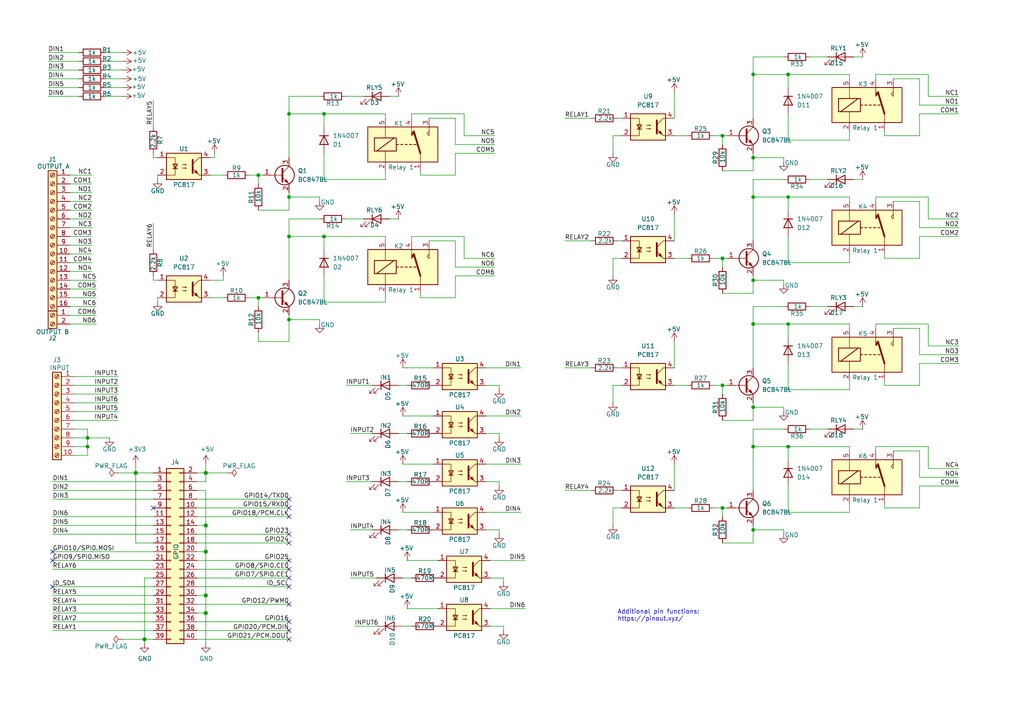
<source format=kicad_sch>
(kicad_sch (version 20250114) (generator "eeschema") (generator_version "9.0")
  (paper "A4")
  (title_block (date "15 nov 2012"))
  (text "Additional pin functions:\nhttps://pinout.xyz/" (at 179.07 180.34 0) (effects (font (size 1.27 1.27)) (justify left bottom)))
  (junction (at 218.44 153.67))
  (junction (at 59.69 137.16) (diameter 1.016))
  (junction (at 74.93 86.36))
  (junction (at 59.69 152.4) (diameter 1.016))
  (junction (at 218.44 21.59))
  (junction (at 74.93 50.8))
  (junction (at 228.6 21.59))
  (junction (at 228.6 93.98))
  (junction (at 209.55 111.76))
  (junction (at 209.55 39.37))
  (junction (at 228.6 129.54))
  (junction (at 83.82 33.02))
  (junction (at 228.6 57.15))
  (junction (at 93.98 33.02))
  (junction (at 218.44 129.54))
  (junction (at 93.98 68.58))
  (junction (at 41.91 185.42) (diameter 1.016))
  (junction (at 209.55 147.32))
  (junction (at 218.44 118.11))
  (junction (at 218.44 57.15))
  (junction (at 59.69 177.8) (diameter 1.016))
  (junction (at 83.82 92.71))
  (junction (at 218.44 93.98))
  (junction (at 25.4 129.54))
  (junction (at 83.82 68.58))
  (junction (at 59.69 172.72) (diameter 1.016))
  (junction (at 59.69 160.02) (diameter 1.016))
  (junction (at 25.4 127))
  (junction (at 218.44 81.28))
  (junction (at 218.44 45.72))
  (junction (at 209.55 74.93))
  (junction (at 83.82 57.15))
  (junction (at 39.37 137.16) (diameter 1.016))
  (no_connect (at 83.82 157.48))
  (no_connect (at 83.82 154.94))
  (no_connect (at 83.82 147.32))
  (no_connect (at 83.82 167.64))
  (no_connect (at 83.82 180.34))
  (no_connect (at 44.45 147.32))
  (no_connect (at 15.24 160.02))
  (no_connect (at 83.82 182.88))
  (no_connect (at 83.82 170.18))
  (no_connect (at 83.82 185.42))
  (no_connect (at 83.82 149.86))
  (no_connect (at 83.82 162.56))
  (no_connect (at 83.82 165.1))
  (no_connect (at 83.82 144.78))
  (no_connect (at 83.82 175.26))
  (no_connect (at 15.24 170.18))
  (no_connect (at 15.24 162.56))
  (wire (pts (xy 83.82 63.5) (xy 83.82 68.58)))
  (wire (pts (xy 218.44 52.07) (xy 218.44 57.15)))
  (wire (pts (xy 140.97 134.62) (xy 151.13 134.62)))
  (wire (pts (xy 41.91 167.64) (xy 41.91 185.42)))
  (wire (pts (xy 116.84 167.64) (xy 119.38 167.64)))
  (wire (pts (xy 207.01 39.37) (xy 209.55 39.37)))
  (wire (pts (xy 57.15 167.64) (xy 83.82 167.64)))
  (wire (pts (xy 228.6 148.59) (xy 246.38 148.59)))
  (wire (pts (xy 83.82 92.71) (xy 92.71 92.71)))
  (wire (pts (xy 228.6 76.2) (xy 246.38 76.2)))
  (wire (pts (xy 121.92 85.09) (xy 121.92 86.36)))
  (wire (pts (xy 44.45 149.86) (xy 15.24 149.86)))
  (wire (pts (xy 195.58 39.37) (xy 199.39 39.37)))
  (wire (pts (xy 132.08 44.45) (xy 143.51 44.45)))
  (wire (pts (xy 20.32 63.5) (xy 26.67 63.5)))
  (wire (pts (xy 25.4 124.46) (xy 25.4 127)))
  (wire (pts (xy 107.95 125.73) (xy 101.6 125.73)))
  (wire (pts (xy 218.44 80.01) (xy 218.44 81.28)))
  (wire (pts (xy 15.24 165.1) (xy 44.45 165.1)))
  (wire (pts (xy 83.82 68.58) (xy 83.82 81.28)))
  (wire (pts (xy 20.32 86.36) (xy 27.94 86.36)))
  (wire (pts (xy 246.38 93.98) (xy 246.38 95.25)))
  (wire (pts (xy 83.82 33.02) (xy 83.82 45.72)))
  (wire (pts (xy 246.38 129.54) (xy 246.38 130.81)))
  (wire (pts (xy 269.24 135.89) (xy 278.13 135.89)))
  (wire (pts (xy 256.54 38.1) (xy 256.54 39.37)))
  (wire (pts (xy 177.8 147.32) (xy 180.34 147.32)))
  (wire (pts (xy 163.83 69.85) (xy 171.45 69.85)))
  (wire (pts (xy 146.05 167.64) (xy 142.24 167.64)))
  (wire (pts (xy 44.45 81.28) (xy 45.72 81.28)))
  (wire (pts (xy 59.69 142.24) (xy 59.69 152.4)))
  (wire (pts (xy 266.7 138.43) (xy 278.13 138.43)))
  (wire (pts (xy 59.69 160.02) (xy 57.15 160.02)))
  (wire (pts (xy 246.38 57.15) (xy 246.38 58.42)))
  (wire (pts (xy 62.23 45.72) (xy 60.96 45.72)))
  (wire (pts (xy 250.19 124.46) (xy 247.65 124.46)))
  (wire (pts (xy 218.44 16.51) (xy 218.44 21.59)))
  (wire (pts (xy 59.69 172.72) (xy 59.69 177.8)))
  (wire (pts (xy 228.6 97.79) (xy 228.6 93.98)))
  (wire (pts (xy 119.38 69.85) (xy 119.38 68.58)))
  (wire (pts (xy 228.6 105.41) (xy 228.6 113.03)))
  (wire (pts (xy 83.82 63.5) (xy 92.71 63.5)))
  (wire (pts (xy 132.08 34.29) (xy 132.08 41.91)))
  (wire (pts (xy 132.08 50.8) (xy 132.08 44.45)))
  (wire (pts (xy 93.98 33.02) (xy 111.76 33.02)))
  (wire (pts (xy 218.44 44.45) (xy 218.44 45.72)))
  (wire (pts (xy 266.7 140.97) (xy 278.13 140.97)))
  (wire (pts (xy 228.6 68.58) (xy 228.6 76.2)))
  (wire (pts (xy 218.44 152.4) (xy 218.44 153.67)))
  (wire (pts (xy 266.7 58.42) (xy 266.7 66.04)))
  (wire (pts (xy 20.32 78.74) (xy 26.67 78.74)))
  (wire (pts (xy 59.69 160.02) (xy 59.69 172.72)))
  (wire (pts (xy 228.6 93.98) (xy 246.38 93.98)))
  (wire (pts (xy 57.15 144.78) (xy 83.82 144.78)))
  (wire (pts (xy 21.59 116.84) (xy 34.29 116.84)))
  (wire (pts (xy 234.95 16.51) (xy 240.03 16.51)))
  (wire (pts (xy 144.78 140.97) (xy 144.78 139.7)))
  (wire (pts (xy 218.44 16.51) (xy 227.33 16.51)))
  (wire (pts (xy 119.38 33.02) (xy 134.62 33.02)))
  (wire (pts (xy 177.8 74.93) (xy 180.34 74.93)))
  (wire (pts (xy 254 95.25) (xy 254 93.98)))
  (wire (pts (xy 218.44 88.9) (xy 227.33 88.9)))
  (wire (pts (xy 179.07 69.85) (xy 180.34 69.85)))
  (wire (pts (xy 121.92 49.53) (xy 121.92 50.8)))
  (wire (pts (xy 21.59 109.22) (xy 34.29 109.22)))
  (wire (pts (xy 20.32 50.8) (xy 26.67 50.8)))
  (wire (pts (xy 118.11 176.53) (xy 127 176.53)))
  (wire (pts (xy 266.7 111.76) (xy 266.7 105.41)))
  (wire (pts (xy 246.38 73.66) (xy 246.38 76.2)))
  (wire (pts (xy 266.7 130.81) (xy 266.7 138.43)))
  (wire (pts (xy 30.48 25.4) (xy 35.56 25.4)))
  (wire (pts (xy 246.38 38.1) (xy 246.38 40.64)))
  (wire (pts (xy 256.54 73.66) (xy 256.54 74.93)))
  (wire (pts (xy 218.44 116.84) (xy 218.44 118.11)))
  (wire (pts (xy 57.15 165.1) (xy 83.82 165.1)))
  (wire (pts (xy 218.44 45.72) (xy 227.33 45.72)))
  (wire (pts (xy 259.08 22.86) (xy 266.7 22.86)))
  (wire (pts (xy 209.55 74.93) (xy 210.82 74.93)))
  (wire (pts (xy 44.45 170.18) (xy 15.24 170.18)))
  (wire (pts (xy 64.77 81.28) (xy 60.96 81.28)))
  (wire (pts (xy 72.39 50.8) (xy 74.93 50.8)))
  (wire (pts (xy 218.44 88.9) (xy 218.44 93.98)))
  (wire (pts (xy 266.7 105.41) (xy 278.13 105.41)))
  (wire (pts (xy 30.48 22.86) (xy 35.56 22.86)))
  (wire (pts (xy 246.38 146.05) (xy 246.38 148.59)))
  (wire (pts (xy 15.24 172.72) (xy 44.45 172.72)))
  (wire (pts (xy 246.38 110.49) (xy 246.38 113.03)))
  (wire (pts (xy 115.57 153.67) (xy 118.11 153.67)))
  (wire (pts (xy 111.76 85.09) (xy 111.76 87.63)))
  (wire (pts (xy 266.7 95.25) (xy 266.7 102.87)))
  (wire (pts (xy 218.44 81.28) (xy 218.44 85.09)))
  (wire (pts (xy 254 129.54) (xy 269.24 129.54)))
  (wire (pts (xy 44.45 64.77) (xy 44.45 72.39)))
  (wire (pts (xy 146.05 181.61) (xy 142.24 181.61)))
  (wire (pts (xy 44.45 29.21) (xy 44.45 36.83)))
  (wire (pts (xy 20.32 68.58) (xy 26.67 68.58)))
  (wire (pts (xy 20.32 83.82) (xy 27.94 83.82)))
  (wire (pts (xy 195.58 134.62) (xy 195.58 142.24)))
  (wire (pts (xy 41.91 167.64) (xy 44.45 167.64)))
  (wire (pts (xy 179.07 34.29) (xy 180.34 34.29)))
  (wire (pts (xy 256.54 146.05) (xy 256.54 147.32)))
  (wire (pts (xy 246.38 21.59) (xy 246.38 22.86)))
  (wire (pts (xy 234.95 88.9) (xy 240.03 88.9)))
  (wire (pts (xy 218.44 57.15) (xy 228.6 57.15)))
  (wire (pts (xy 57.15 154.94) (xy 83.82 154.94)))
  (wire (pts (xy 83.82 33.02) (xy 93.98 33.02)))
  (wire (pts (xy 228.6 57.15) (xy 246.38 57.15)))
  (wire (pts (xy 179.07 106.68) (xy 180.34 106.68)))
  (wire (pts (xy 20.32 88.9) (xy 27.94 88.9)))
  (wire (pts (xy 21.59 129.54) (xy 25.4 129.54)))
  (wire (pts (xy 83.82 92.71) (xy 83.82 99.06)))
  (wire (pts (xy 20.32 66.04) (xy 26.67 66.04)))
  (wire (pts (xy 228.6 33.02) (xy 228.6 40.64)))
  (wire (pts (xy 93.98 52.07) (xy 111.76 52.07)))
  (wire (pts (xy 57.15 185.42) (xy 83.82 185.42)))
  (wire (pts (xy 41.91 185.42) (xy 41.91 186.69)))
  (wire (pts (xy 15.24 152.4) (xy 44.45 152.4)))
  (wire (pts (xy 177.8 111.76) (xy 180.34 111.76)))
  (wire (pts (xy 93.98 36.83) (xy 93.98 33.02)))
  (wire (pts (xy 266.7 39.37) (xy 266.7 33.02)))
  (wire (pts (xy 218.44 57.15) (xy 218.44 69.85)))
  (wire (pts (xy 39.37 134.62) (xy 39.37 137.16)))
  (wire (pts (xy 266.7 22.86) (xy 266.7 30.48)))
  (wire (pts (xy 115.57 111.76) (xy 118.11 111.76)))
  (wire (pts (xy 20.32 55.88) (xy 26.67 55.88)))
  (wire (pts (xy 218.44 153.67) (xy 227.33 153.67)))
  (wire (pts (xy 142.24 176.53) (xy 152.4 176.53)))
  (wire (pts (xy 209.55 157.48) (xy 218.44 157.48)))
  (wire (pts (xy 177.8 116.84) (xy 177.8 111.76)))
  (wire (pts (xy 269.24 57.15) (xy 269.24 63.5)))
  (wire (pts (xy 30.48 17.78) (xy 35.56 17.78)))
  (wire (pts (xy 116.84 181.61) (xy 119.38 181.61)))
  (wire (pts (xy 209.55 111.76) (xy 210.82 111.76)))
  (wire (pts (xy 132.08 69.85) (xy 132.08 77.47)))
  (wire (pts (xy 259.08 58.42) (xy 266.7 58.42)))
  (wire (pts (xy 59.69 177.8) (xy 57.15 177.8)))
  (wire (pts (xy 266.7 33.02) (xy 278.13 33.02)))
  (wire (pts (xy 177.8 152.4) (xy 177.8 147.32)))
  (wire (pts (xy 21.59 119.38) (xy 34.29 119.38)))
  (wire (pts (xy 269.24 100.33) (xy 278.13 100.33)))
  (wire (pts (xy 20.32 73.66) (xy 26.67 73.66)))
  (wire (pts (xy 15.24 142.24) (xy 44.45 142.24)))
  (wire (pts (xy 92.71 92.71) (xy 92.71 93.98)))
  (wire (pts (xy 228.6 60.96) (xy 228.6 57.15)))
  (wire (pts (xy 116.84 148.59) (xy 125.73 148.59)))
  (wire (pts (xy 256.54 147.32) (xy 266.7 147.32)))
  (wire (pts (xy 116.84 134.62) (xy 125.73 134.62)))
  (wire (pts (xy 111.76 33.02) (xy 111.76 34.29)))
  (wire (pts (xy 115.57 63.5) (xy 113.03 63.5)))
  (wire (pts (xy 74.93 86.36) (xy 76.2 86.36)))
  (wire (pts (xy 30.48 20.32) (xy 35.56 20.32)))
  (wire (pts (xy 20.32 60.96) (xy 26.67 60.96)))
  (wire (pts (xy 163.83 34.29) (xy 171.45 34.29)))
  (wire (pts (xy 207.01 111.76) (xy 209.55 111.76)))
  (wire (pts (xy 177.8 39.37) (xy 180.34 39.37)))
  (wire (pts (xy 266.7 102.87) (xy 278.13 102.87)))
  (wire (pts (xy 39.37 157.48) (xy 44.45 157.48)))
  (wire (pts (xy 256.54 111.76) (xy 266.7 111.76)))
  (wire (pts (xy 44.45 139.7) (xy 15.24 139.7)))
  (wire (pts (xy 64.77 80.01) (xy 64.77 81.28)))
  (wire (pts (xy 13.97 22.86) (xy 22.86 22.86)))
  (wire (pts (xy 218.44 21.59) (xy 218.44 34.29)))
  (wire (pts (xy 59.69 137.16) (xy 59.69 139.7)))
  (wire (pts (xy 144.78 127) (xy 144.78 125.73)))
  (wire (pts (xy 218.44 124.46) (xy 218.44 129.54)))
  (wire (pts (xy 59.69 152.4) (xy 59.69 160.02)))
  (wire (pts (xy 100.33 63.5) (xy 105.41 63.5)))
  (wire (pts (xy 115.57 27.94) (xy 113.03 27.94)))
  (wire (pts (xy 83.82 27.94) (xy 92.71 27.94)))
  (wire (pts (xy 93.98 68.58) (xy 111.76 68.58)))
  (wire (pts (xy 57.15 149.86) (xy 83.82 149.86)))
  (wire (pts (xy 74.93 60.96) (xy 83.82 60.96)))
  (wire (pts (xy 144.78 139.7) (xy 140.97 139.7)))
  (wire (pts (xy 59.69 152.4) (xy 57.15 152.4)))
  (wire (pts (xy 227.33 81.28) (xy 227.33 82.55)))
  (wire (pts (xy 21.59 121.92) (xy 34.29 121.92)))
  (wire (pts (xy 209.55 121.92) (xy 218.44 121.92)))
  (wire (pts (xy 59.69 134.62) (xy 59.69 137.16)))
  (wire (pts (xy 15.24 144.78) (xy 44.45 144.78)))
  (wire (pts (xy 92.71 57.15) (xy 92.71 58.42)))
  (wire (pts (xy 59.69 137.16) (xy 57.15 137.16)))
  (wire (pts (xy 107.95 153.67) (xy 101.6 153.67)))
  (wire (pts (xy 39.37 137.16) (xy 39.37 157.48)))
  (wire (pts (xy 132.08 77.47) (xy 143.51 77.47)))
  (wire (pts (xy 218.44 93.98) (xy 228.6 93.98)))
  (wire (pts (xy 74.93 50.8) (xy 76.2 50.8)))
  (wire (pts (xy 259.08 95.25) (xy 266.7 95.25)))
  (wire (pts (xy 134.62 74.93) (xy 143.51 74.93)))
  (wire (pts (xy 57.15 157.48) (xy 83.82 157.48)))
  (wire (pts (xy 57.15 147.32) (xy 83.82 147.32)))
  (wire (pts (xy 93.98 72.39) (xy 93.98 68.58)))
  (wire (pts (xy 25.4 127) (xy 31.75 127)))
  (wire (pts (xy 74.93 99.06) (xy 74.93 96.52)))
  (wire (pts (xy 60.96 86.36) (xy 64.77 86.36)))
  (wire (pts (xy 250.19 16.51) (xy 247.65 16.51)))
  (wire (pts (xy 62.23 44.45) (xy 62.23 45.72)))
  (wire (pts (xy 218.44 52.07) (xy 227.33 52.07)))
  (wire (pts (xy 228.6 129.54) (xy 246.38 129.54)))
  (wire (pts (xy 195.58 111.76) (xy 199.39 111.76)))
  (wire (pts (xy 132.08 86.36) (xy 132.08 80.01)))
  (wire (pts (xy 218.44 81.28) (xy 227.33 81.28)))
  (wire (pts (xy 142.24 162.56) (xy 152.4 162.56)))
  (wire (pts (xy 218.44 45.72) (xy 218.44 49.53)))
  (wire (pts (xy 15.24 154.94) (xy 44.45 154.94)))
  (wire (pts (xy 254 57.15) (xy 269.24 57.15)))
  (wire (pts (xy 218.44 129.54) (xy 218.44 142.24)))
  (wire (pts (xy 15.24 162.56) (xy 44.45 162.56)))
  (wire (pts (xy 195.58 147.32) (xy 199.39 147.32)))
  (wire (pts (xy 254 93.98) (xy 269.24 93.98)))
  (wire (pts (xy 20.32 93.98) (xy 27.94 93.98)))
  (wire (pts (xy 209.55 74.93) (xy 209.55 77.47)))
  (wire (pts (xy 83.82 57.15) (xy 83.82 60.96)))
  (wire (pts (xy 115.57 125.73) (xy 118.11 125.73)))
  (wire (pts (xy 72.39 86.36) (xy 74.93 86.36)))
  (wire (pts (xy 218.44 21.59) (xy 228.6 21.59)))
  (wire (pts (xy 234.95 52.07) (xy 240.03 52.07)))
  (wire (pts (xy 74.93 86.36) (xy 74.93 88.9)))
  (wire (pts (xy 124.46 69.85) (xy 132.08 69.85)))
  (wire (pts (xy 111.76 49.53) (xy 111.76 52.07)))
  (wire (pts (xy 15.24 175.26) (xy 44.45 175.26)))
  (wire (pts (xy 227.33 118.11) (xy 227.33 119.38)))
  (wire (pts (xy 266.7 147.32) (xy 266.7 140.97)))
  (wire (pts (xy 59.69 139.7) (xy 57.15 139.7)))
  (wire (pts (xy 207.01 147.32) (xy 209.55 147.32)))
  (wire (pts (xy 118.11 162.56) (xy 127 162.56)))
  (wire (pts (xy 254 21.59) (xy 269.24 21.59)))
  (wire (pts (xy 256.54 110.49) (xy 256.54 111.76)))
  (wire (pts (xy 21.59 132.08) (xy 25.4 132.08)))
  (wire (pts (xy 266.7 30.48) (xy 278.13 30.48)))
  (wire (pts (xy 209.55 49.53) (xy 218.44 49.53)))
  (wire (pts (xy 100.33 139.7) (xy 107.95 139.7)))
  (wire (pts (xy 250.19 88.9) (xy 247.65 88.9)))
  (wire (pts (xy 177.8 44.45) (xy 177.8 39.37)))
  (wire (pts (xy 13.97 20.32) (xy 22.86 20.32)))
  (wire (pts (xy 34.29 137.16) (xy 39.37 137.16)))
  (wire (pts (xy 179.07 142.24) (xy 180.34 142.24)))
  (wire (pts (xy 134.62 39.37) (xy 143.51 39.37)))
  (wire (pts (xy 15.24 180.34) (xy 44.45 180.34)))
  (wire (pts (xy 13.97 17.78) (xy 22.86 17.78)))
  (wire (pts (xy 45.72 87.63) (xy 45.72 86.36)))
  (wire (pts (xy 195.58 62.23) (xy 195.58 69.85)))
  (wire (pts (xy 116.84 106.68) (xy 125.73 106.68)))
  (wire (pts (xy 57.15 180.34) (xy 83.82 180.34)))
  (wire (pts (xy 25.4 127) (xy 25.4 129.54)))
  (wire (pts (xy 266.7 68.58) (xy 278.13 68.58)))
  (wire (pts (xy 111.76 68.58) (xy 111.76 69.85)))
  (wire (pts (xy 83.82 27.94) (xy 83.82 33.02)))
  (wire (pts (xy 57.15 175.26) (xy 83.82 175.26)))
  (wire (pts (xy 41.91 185.42) (xy 44.45 185.42)))
  (wire (pts (xy 144.78 111.76) (xy 140.97 111.76)))
  (wire (pts (xy 144.78 154.94) (xy 144.78 153.67)))
  (wire (pts (xy 83.82 68.58) (xy 93.98 68.58)))
  (wire (pts (xy 218.44 129.54) (xy 228.6 129.54)))
  (wire (pts (xy 30.48 15.24) (xy 35.56 15.24)))
  (wire (pts (xy 195.58 26.67) (xy 195.58 34.29)))
  (wire (pts (xy 57.15 182.88) (xy 83.82 182.88)))
  (wire (pts (xy 20.32 58.42) (xy 26.67 58.42)))
  (wire (pts (xy 44.45 45.72) (xy 45.72 45.72)))
  (wire (pts (xy 228.6 133.35) (xy 228.6 129.54)))
  (wire (pts (xy 269.24 129.54) (xy 269.24 135.89)))
  (wire (pts (xy 60.96 50.8) (xy 64.77 50.8)))
  (wire (pts (xy 228.6 21.59) (xy 246.38 21.59)))
  (wire (pts (xy 59.69 142.24) (xy 57.15 142.24)))
  (wire (pts (xy 209.55 39.37) (xy 209.55 41.91)))
  (wire (pts (xy 163.83 142.24) (xy 171.45 142.24)))
  (wire (pts (xy 266.7 66.04) (xy 278.13 66.04)))
  (wire (pts (xy 15.24 182.88) (xy 44.45 182.88)))
  (wire (pts (xy 132.08 80.01) (xy 143.51 80.01)))
  (wire (pts (xy 20.32 91.44) (xy 27.94 91.44)))
  (wire (pts (xy 109.22 181.61) (xy 102.87 181.61)))
  (wire (pts (xy 146.05 182.88) (xy 146.05 181.61)))
  (wire (pts (xy 256.54 39.37) (xy 266.7 39.37)))
  (wire (pts (xy 20.32 53.34) (xy 26.67 53.34)))
  (wire (pts (xy 121.92 86.36) (xy 132.08 86.36)))
  (wire (pts (xy 100.33 111.76) (xy 107.95 111.76)))
  (wire (pts (xy 209.55 147.32) (xy 210.82 147.32)))
  (wire (pts (xy 45.72 52.07) (xy 45.72 50.8)))
  (wire (pts (xy 218.44 118.11) (xy 218.44 121.92)))
  (wire (pts (xy 21.59 114.3) (xy 34.29 114.3)))
  (wire (pts (xy 228.6 113.03) (xy 246.38 113.03)))
  (wire (pts (xy 74.93 99.06) (xy 83.82 99.06)))
  (wire (pts (xy 74.93 50.8) (xy 74.93 53.34)))
  (wire (pts (xy 144.78 113.03) (xy 144.78 111.76)))
  (wire (pts (xy 250.19 52.07) (xy 247.65 52.07)))
  (wire (pts (xy 140.97 120.65) (xy 151.13 120.65)))
  (wire (pts (xy 146.05 168.91) (xy 146.05 167.64)))
  (wire (pts (xy 83.82 55.88) (xy 83.82 57.15)))
  (wire (pts (xy 228.6 25.4) (xy 228.6 21.59)))
  (wire (pts (xy 93.98 80.01) (xy 93.98 87.63)))
  (wire (pts (xy 144.78 125.73) (xy 140.97 125.73)))
  (wire (pts (xy 25.4 129.54) (xy 25.4 132.08)))
  (wire (pts (xy 101.6 167.64) (xy 109.22 167.64)))
  (wire (pts (xy 269.24 93.98) (xy 269.24 100.33)))
  (wire (pts (xy 195.58 99.06) (xy 195.58 106.68)))
  (wire (pts (xy 30.48 27.94) (xy 35.56 27.94)))
  (wire (pts (xy 256.54 74.93) (xy 266.7 74.93)))
  (wire (pts (xy 207.01 74.93) (xy 209.55 74.93)))
  (wire (pts (xy 116.84 120.65) (xy 125.73 120.65)))
  (wire (pts (xy 140.97 148.59) (xy 151.13 148.59)))
  (wire (pts (xy 13.97 15.24) (xy 22.86 15.24)))
  (wire (pts (xy 259.08 130.81) (xy 266.7 130.81)))
  (wire (pts (xy 121.92 50.8) (xy 132.08 50.8)))
  (wire (pts (xy 163.83 106.68) (xy 171.45 106.68)))
  (wire (pts (xy 59.69 177.8) (xy 59.69 186.69)))
  (wire (pts (xy 13.97 25.4) (xy 22.86 25.4)))
  (wire (pts (xy 234.95 124.46) (xy 240.03 124.46)))
  (wire (pts (xy 218.44 93.98) (xy 218.44 106.68)))
  (wire (pts (xy 57.15 162.56) (xy 83.82 162.56)))
  (wire (pts (xy 44.45 177.8) (xy 15.24 177.8)))
  (wire (pts (xy 177.8 80.01) (xy 177.8 74.93)))
  (wire (pts (xy 140.97 106.68) (xy 151.13 106.68)))
  (wire (pts (xy 254 22.86) (xy 254 21.59)))
  (wire (pts (xy 228.6 140.97) (xy 228.6 148.59)))
  (wire (pts (xy 21.59 111.76) (xy 34.29 111.76)))
  (wire (pts (xy 100.33 27.94) (xy 105.41 27.94)))
  (wire (pts (xy 20.32 71.12) (xy 26.67 71.12)))
  (wire (pts (xy 269.24 63.5) (xy 278.13 63.5)))
  (wire (pts (xy 83.82 91.44) (xy 83.82 92.71)))
  (wire (pts (xy 134.62 33.02) (xy 134.62 39.37)))
  (wire (pts (xy 269.24 27.94) (xy 278.13 27.94)))
  (wire (pts (xy 35.56 185.42) (xy 41.91 185.42)))
  (wire (pts (xy 119.38 68.58) (xy 134.62 68.58)))
  (wire (pts (xy 59.69 172.72) (xy 57.15 172.72)))
  (wire (pts (xy 59.69 137.16) (xy 66.04 137.16)))
  (wire (pts (xy 20.32 81.28) (xy 27.94 81.28)))
  (wire (pts (xy 209.55 39.37) (xy 210.82 39.37)))
  (wire (pts (xy 228.6 40.64) (xy 246.38 40.64)))
  (wire (pts (xy 13.97 27.94) (xy 22.86 27.94)))
  (wire (pts (xy 44.45 80.01) (xy 44.45 81.28)))
  (wire (pts (xy 209.55 147.32) (xy 209.55 149.86)))
  (wire (pts (xy 218.44 153.67) (xy 218.44 157.48)))
  (wire (pts (xy 119.38 34.29) (xy 119.38 33.02)))
  (wire (pts (xy 21.59 124.46) (xy 25.4 124.46)))
  (wire (pts (xy 39.37 137.16) (xy 44.45 137.16)))
  (wire (pts (xy 93.98 87.63) (xy 111.76 87.63)))
  (wire (pts (xy 227.33 153.67) (xy 227.33 154.94)))
  (wire (pts (xy 124.46 34.29) (xy 132.08 34.29)))
  (wire (pts (xy 209.55 85.09) (xy 218.44 85.09)))
  (wire (pts (xy 218.44 124.46) (xy 227.33 124.46)))
  (wire (pts (xy 115.57 139.7) (xy 118.11 139.7)))
  (wire (pts (xy 21.59 127) (xy 25.4 127)))
  (wire (pts (xy 44.45 44.45) (xy 44.45 45.72)))
  (wire (pts (xy 227.33 45.72) (xy 227.33 46.99)))
  (wire (pts (xy 195.58 74.93) (xy 199.39 74.93)))
  (wire (pts (xy 269.24 21.59) (xy 269.24 27.94)))
  (wire (pts (xy 83.82 57.15) (xy 92.71 57.15)))
  (wire (pts (xy 44.45 160.02) (xy 15.24 160.02)))
  (wire (pts (xy 57.15 170.18) (xy 83.82 170.18)))
  (wire (pts (xy 134.62 68.58) (xy 134.62 74.93)))
  (wire (pts (xy 266.7 74.93) (xy 266.7 68.58)))
  (wire (pts (xy 93.98 44.45) (xy 93.98 52.07)))
  (wire (pts (xy 144.78 153.67) (xy 140.97 153.67)))
  (wire (pts (xy 20.32 76.2) (xy 26.67 76.2)))
  (wire (pts (xy 132.08 41.91) (xy 143.51 41.91)))
  (wire (pts (xy 254 130.81) (xy 254 129.54)))
  (wire (pts (xy 218.44 118.11) (xy 227.33 118.11)))
  (wire (pts (xy 209.55 111.76) (xy 209.55 114.3)))
  (wire (pts (xy 254 58.42) (xy 254 57.15)))
  (label "RELAY1" (at 163.83 34.29 0))
  (label "COM4" (at 278.13 140.97 180))
  (label "NC2" (at 278.13 63.5 180))
  (label "NO2" (at 26.67 63.5 180))
  (label "NC3" (at 26.67 66.04 180))
  (label "DIN2" (at 151.13 120.65 180))
  (label "ID_SDA" (at 15.24 170.18 0))
  (label "RELAY4" (at 15.24 175.26 0))
  (label "DIN5" (at 152.4 162.56 180))
  (label "NO4" (at 278.13 138.43 180))
  (label "DIN3" (at 151.13 134.62 180))
  (label "NC3" (at 278.13 100.33 180))
  (label "RELAY2" (at 163.83 69.85 0))
  (label "COM3" (at 278.13 105.41 180))
  (label "NC4" (at 278.13 135.89 180))
  (label "ID_SCL" (at 83.82 170.18 180))
  (label "RELAY5" (at 15.24 172.72 0))
  (label "RELAY4" (at 163.83 142.24 0))
  (label "COM6" (at 27.94 91.44 180))
  (label "INPUT3" (at 34.29 114.3 180))
  (label "GPIO21{slash}PCM.DOUT" (at 83.82 185.42 180))
  (label "RELAY2" (at 15.24 180.34 0))
  (label "INPUT2" (at 34.29 111.76 180))
  (label "GPIO10{slash}SPI0.MOSI" (at 15.24 160.02 0))
  (label "GPIO9{slash}SPI0.MISO" (at 15.24 162.56 0))
  (label "NC6" (at 143.51 74.93 180))
  (label "NO5" (at 143.51 41.91 180))
  (label "DIN4" (at 13.97 22.86 0))
  (label "COM2" (at 26.67 60.96 180))
  (label "COM5" (at 27.94 83.82 180))
  (label "NO3" (at 278.13 102.87 180))
  (label "GPIO23" (at 83.82 154.94 180))
  (label "NO6" (at 143.51 77.47 180))
  (label "INPUT1" (at 100.33 111.76 0))
  (label "RELAY5" (at 44.45 29.21 270))
  (label "INPUT5" (at 34.29 119.38 180))
  (label "DIN3" (at 15.24 144.78 0))
  (label "DIN3" (at 13.97 20.32 0))
  (label "COM1" (at 278.13 33.02 180))
  (label "RELAY3" (at 163.83 106.68 0))
  (label "NO1" (at 26.67 55.88 180))
  (label "DIN5" (at 15.24 152.4 0))
  (label "COM4" (at 26.67 76.2 180))
  (label "INPUT5" (at 101.6 167.64 0))
  (label "RELAY1" (at 15.24 182.88 0))
  (label "GPIO14{slash}TXD0" (at 83.82 144.78 180))
  (label "GPIO8{slash}SPI0.CE0" (at 83.82 165.1 180))
  (label "GPIO15{slash}RXD0" (at 83.82 147.32 180))
  (label "GPIO16" (at 83.82 180.34 180))
  (label "INPUT2" (at 101.6 125.73 0))
  (label "NO4" (at 26.67 78.74 180))
  (label "COM2" (at 278.13 68.58 180))
  (label "NC5" (at 27.94 81.28 180))
  (label "NO5" (at 27.94 86.36 180))
  (label "DIN4" (at 15.24 154.94 0))
  (label "DIN1" (at 15.24 139.7 0))
  (label "DIN6" (at 15.24 149.86 0))
  (label "DIN4" (at 151.13 148.59 180))
  (label "NC1" (at 26.67 50.8 180))
  (label "RELAY6" (at 44.45 64.77 270))
  (label "NC6" (at 27.94 88.9 180))
  (label "INPUT3" (at 100.33 139.7 0))
  (label "GPIO25" (at 83.82 162.56 180))
  (label "COM3" (at 26.67 68.58 180))
  (label "DIN2" (at 15.24 142.24 0))
  (label "GPIO18{slash}PCM.CLK" (at 83.82 149.86 180))
  (label "NO3" (at 26.67 71.12 180))
  (label "INPUT4" (at 34.29 121.92 180))
  (label "GPIO12{slash}PWM0" (at 83.82 175.26 180))
  (label "COM5" (at 143.51 44.45 180))
  (label "RELAY3" (at 15.24 177.8 0))
  (label "DIN6" (at 13.97 27.94 0))
  (label "DIN1" (at 151.13 106.68 180))
  (label "NO2" (at 278.13 66.04 180))
  (label "GPIO20{slash}PCM.DIN" (at 83.82 182.88 180))
  (label "GPIO24" (at 83.82 157.48 180))
  (label "NC5" (at 143.51 39.37 180))
  (label "INPUT4" (at 101.6 153.67 0))
  (label "GPIO7{slash}SPI0.CE1" (at 83.82 167.64 180))
  (label "NC2" (at 26.67 58.42 180))
  (label "NC1" (at 278.13 27.94 180))
  (label "DIN1" (at 13.97 15.24 0))
  (label "NO1" (at 278.13 30.48 180))
  (label "DIN6" (at 152.4 176.53 180))
  (label "NC4" (at 26.67 73.66 180))
  (label "INPUT1" (at 34.29 109.22 180))
  (label "NO6" (at 27.94 93.98 180))
  (label "COM6" (at 143.51 80.01 180))
  (label "DIN5" (at 13.97 25.4 0))
  (label "COM1" (at 26.67 53.34 180))
  (label "INPUT6" (at 102.87 181.61 0))
  (label "INPUT6" (at 34.29 116.84 180))
  (label "DIN2" (at 13.97 17.78 0))
  (label "RELAY6" (at 15.24 165.1 0))
  (symbol (lib_id "power:+5V") (at 59.69 134.62 0) (unit 1)
    (property "Reference" "#PWR012" (effects (hide yes)))
    (property "Value" "+5V" (at 60.0583 130.2956 0))
    (property "Description" "Power symbol creates a global label with name \"+5V\"" (effects (hide yes)))
  )
  (symbol (lib_id "power:+3.3V") (at 39.37 134.62 0) (unit 1)
    (property "Reference" "#PWR08" (effects (hide yes)))
    (property "Value" "+3V3" (at 39.7383 130.2956 0))
    (property "Description" "Power symbol creates a global label with name \"+3.3V\"" (effects (hide yes)))
  )
  (symbol (lib_id "power:GND") (at 59.69 186.69 0) (unit 1)
    (property "Reference" "#PWR013" (effects (hide yes)))
    (property "Value" "GND" (at 59.8043 191.0144 0))
    (property "Description" "Power symbol creates a global label with name \"GND\" , ground" (effects (hide yes)))
  )
  (symbol (lib_id "power:GND") (at 41.91 186.69 0) (unit 1)
    (property "Reference" "#PWR09" (effects (hide yes)))
    (property "Value" "GND" (at 42.0243 191.0144 0))
    (property "Description" "Power symbol creates a global label with name \"GND\" , ground" (effects (hide yes)))
  )
  (symbol (lib_id "Connector_Generic:Conn_02x20_Odd_Even") (at 49.53 160.02 0) (unit 1)
    (property "Reference" "J4" (at 50.8 134.112 0))
    (property "Value" "GPIO" (at 51.054 160.02 90))
    (property "Footprint" "Connector_PinSocket_2.54mm:PinSocket_2x20_P2.54mm_Vertical" (effects (hide yes)))
    (property "Description" "Generic connector, double row, 02x20, odd/even pin numbering scheme (row 1 odd numbers, row 2 even numbers), script generated (kicad-library-utils/schlib/autogen/connector/)" (effects (hide yes)))
  )
  (symbol (lib_id "Device:R") (at 44.45 76.2 0) (unit 1)
    (property "Reference" "R8" (at 46.482 76.2 90))
    (property "Value" "2.2k" (at 44.45 76.454 90))
    (property "Footprint" "Resistor_SMD:R_0805_2012Metric_Pad1.20x1.40mm_HandSolder" (effects (hide yes)))
    (property "Description" "Resistor" (effects (hide yes)))
  )
  (symbol (lib_id "power:GND") (at 45.72 87.63 0) (unit 1)
    (property "Reference" "#PWR011" (effects (hide yes)))
    (property "Value" "GND" (at 45.72 90.932 0))
    (property "Description" "Power symbol creates a global label with name \"GND\" , ground" (effects (hide yes)))
  )
  (symbol (lib_id "Device:R") (at 26.67 25.4 90) (unit 1)
    (property "Reference" "R5" (at 30.988 24.638 90))
    (property "Value" "1k" (at 26.67 25.4 90))
    (property "Footprint" "Resistor_SMD:R_0805_2012Metric_Pad1.20x1.40mm_HandSolder" (effects (hide yes)))
    (property "Description" "Resistor" (effects (hide yes)))
  )
  (symbol (lib_id "Device:R") (at 121.92 139.7 90) (unit 1)
    (property "Reference" "R17" (at 121.92 137.668 90))
    (property "Value" "470R" (at 121.92 139.7 90))
    (property "Footprint" "Resistor_SMD:R_0805_2012Metric_Pad1.20x1.40mm_HandSolder" (effects (hide yes)))
    (property "Description" "Resistor" (effects (hide yes)))
  )
  (symbol (lib_id "Device:R") (at 26.67 22.86 90) (unit 1)
    (property "Reference" "R4" (at 30.988 22.098 90))
    (property "Value" "1k" (at 26.67 22.86 90))
    (property "Footprint" "Resistor_SMD:R_0805_2012Metric_Pad1.20x1.40mm_HandSolder" (effects (hide yes)))
    (property "Description" "Resistor" (effects (hide yes)))
  )
  (symbol (lib_id "Connector:Screw_Terminal_01x16") (at 15.24 68.58 0) (mirror y) (unit 1)
    (property "Reference" "J1" (at 15.24 46.228 0))
    (property "Value" "OUTPUT A" (at 15.494 48.26 0))
    (property "Footprint" "TerminalBlock_Phoenix:TerminalBlock_Phoenix_MKDS-1,5-16_1x16_P5.00mm_Horizontal" (effects (hide yes)))
    (property "Description" "Generic screw terminal, single row, 01x16, script generated (kicad-library-utils/schlib/autogen/connector/)" (effects (hide yes)))
  )
  (symbol (lib_id "Device:R") (at 26.67 20.32 90) (unit 1)
    (property "Reference" "R3" (at 30.988 19.558 90))
    (property "Value" "1k" (at 26.67 20.32 90))
    (property "Footprint" "Resistor_SMD:R_0805_2012Metric_Pad1.20x1.40mm_HandSolder" (effects (hide yes)))
    (property "Description" "Resistor" (effects (hide yes)))
  )
  (symbol (lib_id "power:+5V") (at 115.57 63.5 0) (unit 1)
    (property "Reference" "#PWR019" (effects (hide yes)))
    (property "Value" "+5V" (at 115.316 59.944 0))
    (property "Description" "Power symbol creates a global label with name \"+5V\"" (effects (hide yes)))
  )
  (symbol (lib_id "Isolator:PC817") (at 53.34 48.26 0) (unit 1)
    (property "Reference" "U1" (at 53.34 43.18 0))
    (property "Value" "PC817" (at 53.34 53.594 0))
    (property "Footprint" "PC817S:SOP259P1005X388-4N" (effects (hide yes)))
    (property "Datasheet" "http://www.soselectronic.cz/a_info/resource/d/pc817.pdf" (effects (hide yes)))
    (property "Description" "DC Optocoupler, Vce 35V, CTR 50-300%, DIP-4" (effects (hide yes)))
  )
  (symbol (lib_id "Relay:G5LE-1") (at 116.84 41.91 0) (unit 1)
    (property "Reference" "K1" (at 114.3 35.814 0) (effects (justify left)))
    (property "Value" "Relay 1" (at 112.522 48.514 0) (effects (justify left)))
    (property "Footprint" "Relay_THT:Relay_SPDT_Omron-G5LE-1" (effects (hide yes)))
    (property "Datasheet" "http://www.omron.com/ecb/products/pdf/en-g5le.pdf" (effects (hide yes)))
    (property "Description" "Omron G5LE relay, Miniature Single Pole, SPDT, 10A" (effects (hide yes)))
  )
  (symbol (lib_id "Device:LED") (at 111.76 139.7 0) (unit 1)
    (property "Reference" "D7" (at 112.522 141.478 90) (effects (justify right)))
    (property "Value" "IN3" (at 113.538 137.414 0) (effects (justify right)))
    (property "Footprint" "LED_SMD:LED_0805_2012Metric_Pad1.15x1.40mm_HandSolder" (effects (hide yes)))
    (property "Description" "Light emitting diode" (effects (hide yes)))
    (property "Sim.Pins" "1=K 2=A" (effects (hide yes)))
  )
  (symbol (lib_id "power:+5V") (at 35.56 17.78 270) (unit 1)
    (property "Reference" "#PWR03" (effects (hide yes)))
    (property "Value" "+5V" (at 40.386 17.526 90))
    (property "Description" "Power symbol creates a global label with name \"+5V\"" (effects (hide yes)))
  )
  (symbol (lib_id "Device:R") (at 26.67 15.24 90) (unit 1)
    (property "Reference" "R1" (at 30.988 14.478 90))
    (property "Value" "1k" (at 26.67 15.24 90))
    (property "Footprint" "Resistor_SMD:R_0805_2012Metric_Pad1.20x1.40mm_HandSolder" (effects (hide yes)))
    (property "Description" "Resistor" (effects (hide yes)))
  )
  (symbol (lib_id "Diode:1N4007") (at 228.6 101.6 90) (mirror x) (unit 1)
    (property "Reference" "D13" (at 231.14 102.8701 90) (effects (justify right)))
    (property "Value" "1N4007" (at 231.14 100.3301 90) (effects (justify right)))
    (property "Footprint" "Diode_SMD:D_SMA_Handsoldering" (effects (hide yes)))
    (property "Datasheet" "http://www.vishay.com/docs/88503/1n4001.pdf" (effects (hide yes)))
    (property "Description" "1000V 1A General Purpose Rectifier Diode, DO-41" (effects (hide yes)))
    (property "Sim.Device" "D" (effects (hide yes)))
    (property "Sim.Pins" "1=K 2=A" (effects (hide yes)))
  )
  (symbol (lib_id "Device:R") (at 209.55 45.72 180) (unit 1)
    (property "Reference" "R29" (at 207.518 45.72 90))
    (property "Value" "10k" (at 209.55 45.466 90))
    (property "Footprint" "Resistor_SMD:R_0805_2012Metric_Pad1.20x1.40mm_HandSolder" (effects (hide yes)))
    (property "Description" "Resistor" (effects (hide yes)))
  )
  (symbol (lib_id "Isolator:PC817") (at 133.35 109.22 0) (unit 1)
    (property "Reference" "U3" (at 133.35 104.14 0))
    (property "Value" "PC817" (at 133.35 114.554 0))
    (property "Footprint" "PC817S:SOP259P1005X388-4N" (effects (hide yes)))
    (property "Datasheet" "http://www.soselectronic.cz/a_info/resource/d/pc817.pdf" (effects (hide yes)))
    (property "Description" "DC Optocoupler, Vce 35V, CTR 50-300%, DIP-4" (effects (hide yes)))
  )
  (symbol (lib_id "Device:R") (at 26.67 27.94 90) (unit 1)
    (property "Reference" "R6" (at 30.988 27.178 90))
    (property "Value" "1k" (at 26.67 27.94 90))
    (property "Footprint" "Resistor_SMD:R_0805_2012Metric_Pad1.20x1.40mm_HandSolder" (effects (hide yes)))
    (property "Description" "Resistor" (effects (hide yes)))
  )
  (symbol (lib_id "power:GND") (at 227.33 154.94 0) (unit 1)
    (property "Reference" "#PWR043" (effects (hide yes)))
    (property "Value" "GND" (at 229.616 155.194 0))
    (property "Description" "Power symbol creates a global label with name \"GND\" , ground" (effects (hide yes)))
  )
  (symbol (lib_id "Isolator:PC817") (at 53.34 83.82 0) (unit 1)
    (property "Reference" "U2" (at 53.34 74.93 0))
    (property "Value" "PC817" (at 53.34 77.47 0))
    (property "Footprint" "PC817S:SOP259P1005X388-4N" (effects (hide yes)))
    (property "Datasheet" "http://www.soselectronic.cz/a_info/resource/d/pc817.pdf" (effects (hide yes)))
    (property "Description" "DC Optocoupler, Vce 35V, CTR 50-300%, DIP-4" (effects (hide yes)))
  )
  (symbol (lib_id "power:+5V") (at 250.19 16.51 0) (unit 1)
    (property "Reference" "#PWR044" (effects (hide yes)))
    (property "Value" "+5V" (at 249.936 12.954 0))
    (property "Description" "Power symbol creates a global label with name \"+5V\"" (effects (hide yes)))
  )
  (symbol (lib_id "Device:R") (at 123.19 181.61 90) (unit 1)
    (property "Reference" "R20" (at 123.19 179.578 90))
    (property "Value" "470R" (at 123.19 181.61 90))
    (property "Footprint" "Resistor_SMD:R_0805_2012Metric_Pad1.20x1.40mm_HandSolder" (effects (hide yes)))
    (property "Description" "Resistor" (effects (hide yes)))
  )
  (symbol (lib_id "power:+5V") (at 250.19 88.9 0) (unit 1)
    (property "Reference" "#PWR046" (effects (hide yes)))
    (property "Value" "+5V" (at 249.936 85.344 0))
    (property "Description" "Power symbol creates a global label with name \"+5V\"" (effects (hide yes)))
  )
  (symbol (lib_id "Diode:1N4007") (at 93.98 40.64 90) (mirror x) (unit 1)
    (property "Reference" "D1" (at 96.52 41.9101 90) (effects (justify right)))
    (property "Value" "1N4007" (at 96.52 39.3701 90) (effects (justify right)))
    (property "Footprint" "Diode_SMD:D_SMA_Handsoldering" (effects (hide yes)))
    (property "Datasheet" "http://www.vishay.com/docs/88503/1n4001.pdf" (effects (hide yes)))
    (property "Description" "1000V 1A General Purpose Rectifier Diode, DO-41" (effects (hide yes)))
    (property "Sim.Device" "D" (effects (hide yes)))
    (property "Sim.Pins" "1=K 2=A" (effects (hide yes)))
  )
  (symbol (lib_id "Device:LED") (at 243.84 52.07 0) (unit 1)
    (property "Reference" "D16" (at 244.602 53.848 0) (effects (justify right)))
    (property "Value" "RLY2" (at 245.618 49.53 0) (effects (justify right)))
    (property "Footprint" "LED_SMD:LED_0805_2012Metric_Pad1.15x1.40mm_HandSolder" (effects (hide yes)))
    (property "Description" "Light emitting diode" (effects (hide yes)))
    (property "Sim.Pins" "1=K 2=A" (effects (hide yes)))
  )
  (symbol (lib_id "power:GND") (at 177.8 80.01 0) (unit 1)
    (property "Reference" "#PWR033" (effects (hide yes)))
    (property "Value" "GND" (at 177.8 83.312 0))
    (property "Description" "Power symbol creates a global label with name \"GND\" , ground" (effects (hide yes)))
  )
  (symbol (lib_id "Device:R") (at 121.92 153.67 90) (unit 1)
    (property "Reference" "R18" (at 121.92 151.638 90))
    (property "Value" "470R" (at 121.92 153.67 90))
    (property "Footprint" "Resistor_SMD:R_0805_2012Metric_Pad1.20x1.40mm_HandSolder" (effects (hide yes)))
    (property "Description" "Resistor" (effects (hide yes)))
  )
  (symbol (lib_id "Device:LED") (at 113.03 167.64 0) (unit 1)
    (property "Reference" "D9" (at 113.792 169.418 90) (effects (justify right)))
    (property "Value" "IN5" (at 114.808 165.354 0) (effects (justify right)))
    (property "Footprint" "LED_SMD:LED_0805_2012Metric_Pad1.15x1.40mm_HandSolder" (effects (hide yes)))
    (property "Description" "Light emitting diode" (effects (hide yes)))
    (property "Sim.Pins" "1=K 2=A" (effects (hide yes)))
  )
  (symbol (lib_id "power:+5V") (at 116.84 106.68 0) (unit 1)
    (property "Reference" "#PWR020" (effects (hide yes)))
    (property "Value" "+5V" (at 116.586 103.124 0))
    (property "Description" "Power symbol creates a global label with name \"+5V\"" (effects (hide yes)))
  )
  (symbol (lib_id "power:GND") (at 45.72 52.07 0) (unit 1)
    (property "Reference" "#PWR010" (effects (hide yes)))
    (property "Value" "GND" (at 45.72 55.372 0))
    (property "Description" "Power symbol creates a global label with name \"GND\" , ground" (effects (hide yes)))
  )
  (symbol (lib_id "Device:R") (at 68.58 50.8 90) (unit 1)
    (property "Reference" "R9" (at 68.58 48.768 90))
    (property "Value" "1k" (at 68.58 50.8 90))
    (property "Footprint" "Resistor_SMD:R_0805_2012Metric_Pad1.20x1.40mm_HandSolder" (effects (hide yes)))
    (property "Description" "Resistor" (effects (hide yes)))
  )
  (symbol (lib_id "Device:R") (at 203.2 39.37 90) (unit 1)
    (property "Reference" "R25" (at 203.2 37.338 90))
    (property "Value" "1k" (at 203.2 39.37 90))
    (property "Footprint" "Resistor_SMD:R_0805_2012Metric_Pad1.20x1.40mm_HandSolder" (effects (hide yes)))
    (property "Description" "Resistor" (effects (hide yes)))
  )
  (symbol (lib_id "power:GND") (at 31.75 127 0) (unit 1)
    (property "Reference" "#PWR01" (effects (hide yes)))
    (property "Value" "GND" (at 31.75 130.302 0))
    (property "Description" "Power symbol creates a global label with name \"GND\" , ground" (effects (hide yes)))
  )
  (symbol (lib_id "power:+5V") (at 195.58 134.62 0) (unit 1)
    (property "Reference" "#PWR039" (effects (hide yes)))
    (property "Value" "+5V" (at 195.326 131.064 0))
    (property "Description" "Power symbol creates a global label with name \"+5V\"" (effects (hide yes)))
  )
  (symbol (lib_id "Diode:1N4007") (at 228.6 64.77 90) (mirror x) (unit 1)
    (property "Reference" "D12" (at 231.14 66.0401 90) (effects (justify right)))
    (property "Value" "1N4007" (at 231.14 63.5001 90) (effects (justify right)))
    (property "Footprint" "Diode_SMD:D_SMA_Handsoldering" (effects (hide yes)))
    (property "Datasheet" "http://www.vishay.com/docs/88503/1n4001.pdf" (effects (hide yes)))
    (property "Description" "1000V 1A General Purpose Rectifier Diode, DO-41" (effects (hide yes)))
    (property "Sim.Device" "D" (effects (hide yes)))
    (property "Sim.Pins" "1=K 2=A" (effects (hide yes)))
  )
  (symbol (lib_id "power:+5V") (at 195.58 26.67 0) (unit 1)
    (property "Reference" "#PWR036" (effects (hide yes)))
    (property "Value" "+5V" (at 195.326 23.114 0))
    (property "Description" "Power symbol creates a global label with name \"+5V\"" (effects (hide yes)))
  )
  (symbol (lib_id "Device:R") (at 175.26 34.29 90) (unit 1)
    (property "Reference" "R21" (at 175.26 32.258 90))
    (property "Value" "2.2k" (at 175.514 34.29 90))
    (property "Footprint" "Resistor_SMD:R_0805_2012Metric_Pad1.20x1.40mm_HandSolder" (effects (hide yes)))
    (property "Description" "Resistor" (effects (hide yes)))
  )
  (symbol (lib_id "Device:LED") (at 243.84 124.46 0) (unit 1)
    (property "Reference" "D18" (at 244.602 126.238 0) (effects (justify right)))
    (property "Value" "RLY4" (at 245.618 121.92 0) (effects (justify right)))
    (property "Footprint" "LED_SMD:LED_0805_2012Metric_Pad1.15x1.40mm_HandSolder" (effects (hide yes)))
    (property "Description" "Light emitting diode" (effects (hide yes)))
    (property "Sim.Pins" "1=K 2=A" (effects (hide yes)))
  )
  (symbol (lib_id "Diode:1N4007") (at 228.6 137.16 90) (mirror x) (unit 1)
    (property "Reference" "D14" (at 231.14 138.4301 90) (effects (justify right)))
    (property "Value" "1N4007" (at 231.14 135.8901 90) (effects (justify right)))
    (property "Footprint" "Diode_SMD:D_SMA_Handsoldering" (effects (hide yes)))
    (property "Datasheet" "http://www.vishay.com/docs/88503/1n4001.pdf" (effects (hide yes)))
    (property "Description" "1000V 1A General Purpose Rectifier Diode, DO-41" (effects (hide yes)))
    (property "Sim.Device" "D" (effects (hide yes)))
    (property "Sim.Pins" "1=K 2=A" (effects (hide yes)))
  )
  (symbol (lib_id "Device:R") (at 203.2 74.93 90) (unit 1)
    (property "Reference" "R26" (at 203.2 72.898 90))
    (property "Value" "1k" (at 203.2 74.93 90))
    (property "Footprint" "Resistor_SMD:R_0805_2012Metric_Pad1.20x1.40mm_HandSolder" (effects (hide yes)))
    (property "Description" "Resistor" (effects (hide yes)))
  )
  (symbol (lib_id "Relay:G5LE-1") (at 251.46 30.48 0) (unit 1)
    (property "Reference" "K3" (at 248.92 24.384 0) (effects (justify left)))
    (property "Value" "Relay 1" (at 247.142 37.084 0) (effects (justify left)))
    (property "Footprint" "Relay_THT:Relay_SPDT_Omron-G5LE-1" (effects (hide yes)))
    (property "Datasheet" "http://www.omron.com/ecb/products/pdf/en-g5le.pdf" (effects (hide yes)))
    (property "Description" "Omron G5LE relay, Miniature Single Pole, SPDT, 10A" (effects (hide yes)))
  )
  (symbol (lib_id "Relay:G5LE-1") (at 251.46 138.43 0) (unit 1)
    (property "Reference" "K6" (at 248.92 132.334 0) (effects (justify left)))
    (property "Value" "Relay 1" (at 247.142 145.034 0) (effects (justify left)))
    (property "Footprint" "Relay_THT:Relay_SPDT_Omron-G5LE-1" (effects (hide yes)))
    (property "Datasheet" "http://www.omron.com/ecb/products/pdf/en-g5le.pdf" (effects (hide yes)))
    (property "Description" "Omron G5LE relay, Miniature Single Pole, SPDT, 10A" (effects (hide yes)))
  )
  (symbol (lib_id "Device:R") (at 44.45 40.64 0) (unit 1)
    (property "Reference" "R7" (at 46.482 40.64 90))
    (property "Value" "2.2k" (at 44.45 40.894 90))
    (property "Footprint" "Resistor_SMD:R_0805_2012Metric_Pad1.20x1.40mm_HandSolder" (effects (hide yes)))
    (property "Description" "Resistor" (effects (hide yes)))
  )
  (symbol (lib_id "Device:R") (at 123.19 167.64 90) (unit 1)
    (property "Reference" "R19" (at 123.19 165.608 90))
    (property "Value" "470R" (at 123.19 167.64 90))
    (property "Footprint" "Resistor_SMD:R_0805_2012Metric_Pad1.20x1.40mm_HandSolder" (effects (hide yes)))
    (property "Description" "Resistor" (effects (hide yes)))
  )
  (symbol (lib_id "Mechanical:MountingHole") (at 323.85 138.43 0) (unit 1) (in_bom no)
    (property "Reference" "H2" (at 326.39 137.1599 0) (effects (justify left)))
    (property "Value" "MountingHole" (at 326.39 139.6999 0) (effects (justify left)))
    (property "Footprint" "MountingHole:MountingHole_2.7mm_M2.5" (effects (hide yes)))
    (property "Description" "Mounting Hole without connection" (effects (hide yes)))
  )
  (symbol (lib_id "Diode:1N4007") (at 228.6 29.21 90) (mirror x) (unit 1)
    (property "Reference" "D11" (at 231.14 30.4801 90) (effects (justify right)))
    (property "Value" "1N4007" (at 231.14 27.9401 90) (effects (justify right)))
    (property "Footprint" "Diode_SMD:D_SMA_Handsoldering" (effects (hide yes)))
    (property "Datasheet" "http://www.vishay.com/docs/88503/1n4001.pdf" (effects (hide yes)))
    (property "Description" "1000V 1A General Purpose Rectifier Diode, DO-41" (effects (hide yes)))
    (property "Sim.Device" "D" (effects (hide yes)))
    (property "Sim.Pins" "1=K 2=A" (effects (hide yes)))
  )
  (symbol (lib_id "power:GND") (at 146.05 168.91 0) (unit 1)
    (property "Reference" "#PWR030" (effects (hide yes)))
    (property "Value" "GND" (at 146.05 172.212 0))
    (property "Description" "Power symbol creates a global label with name \"GND\" , ground" (effects (hide yes)))
  )
  (symbol (lib_id "Transistor_BJT:BC847") (at 81.28 86.36 0) (unit 1)
    (property "Reference" "Q2" (at 86.36 85.0899 0) (effects (justify left)))
    (property "Value" "BC847BL" (at 86.36 87.6299 0) (effects (justify left)))
    (property "Footprint" "Package_TO_SOT_SMD:SOT-23" (effects (hide yes)))
    (property "Datasheet" "http://www.infineon.com/dgdl/Infineon-BC847SERIES_BC848SERIES_BC849SERIES_BC850SERIES-DS-v01_01-en.pdf?fileId=db3a304314dca389011541d4630a1657" (effects (hide yes)))
    (property "Description" "0.1A Ic, 45V Vce, NPN Transistor, SOT-23" (effects (hide yes)))
  )
  (symbol (lib_id "Mechanical:MountingHole") (at 323.85 149.86 0) (unit 1) (in_bom no)
    (property "Reference" "H6" (at 326.39 148.5899 0) (effects (justify left)))
    (property "Value" "MountingHole" (at 326.39 151.1299 0) (effects (justify left)))
    (property "Footprint" "MountingHole:MountingHole_2.7mm_M2.5" (effects (hide yes)))
    (property "Description" "Mounting Hole without connection" (effects (hide yes)))
  )
  (symbol (lib_id "Isolator:PC817") (at 133.35 151.13 0) (unit 1)
    (property "Reference" "U6" (at 133.35 146.05 0))
    (property "Value" "PC817" (at 133.35 156.464 0))
    (property "Footprint" "PC817S:SOP259P1005X388-4N" (effects (hide yes)))
    (property "Datasheet" "http://www.soselectronic.cz/a_info/resource/d/pc817.pdf" (effects (hide yes)))
    (property "Description" "DC Optocoupler, Vce 35V, CTR 50-300%, DIP-4" (effects (hide yes)))
  )
  (symbol (lib_id "Device:LED") (at 243.84 16.51 0) (unit 1)
    (property "Reference" "D15" (at 244.602 18.288 0) (effects (justify right)))
    (property "Value" "RLY1" (at 245.618 13.97 0) (effects (justify right)))
    (property "Footprint" "LED_SMD:LED_0805_2012Metric_Pad1.15x1.40mm_HandSolder" (effects (hide yes)))
    (property "Description" "Light emitting diode" (effects (hide yes)))
    (property "Sim.Pins" "1=K 2=A" (effects (hide yes)))
  )
  (symbol (lib_id "Connector:Screw_Terminal_01x02") (at 15.24 91.44 0) (mirror y) (unit 1)
    (property "Reference" "J2" (at 15.24 98.044 0))
    (property "Value" "OUTPUT B" (at 15.24 96.266 0))
    (property "Footprint" "TerminalBlock_Phoenix:TerminalBlock_Phoenix_MKDS-1,5-2_1x02_P5.00mm_Horizontal" (effects (hide yes)))
    (property "Description" "Generic screw terminal, single row, 01x02, script generated (kicad-library-utils/schlib/autogen/connector/)" (effects (hide yes)))
  )
  (symbol (lib_id "Relay:G5LE-1") (at 116.84 77.47 0) (unit 1)
    (property "Reference" "K2" (at 114.3 71.374 0) (effects (justify left)))
    (property "Value" "Relay 1" (at 112.522 84.074 0) (effects (justify left)))
    (property "Footprint" "Relay_THT:Relay_SPDT_Omron-G5LE-1" (effects (hide yes)))
    (property "Datasheet" "http://www.omron.com/ecb/products/pdf/en-g5le.pdf" (effects (hide yes)))
    (property "Description" "Omron G5LE relay, Miniature Single Pole, SPDT, 10A" (effects (hide yes)))
  )
  (symbol (lib_id "Transistor_BJT:BC847") (at 215.9 74.93 0) (unit 1)
    (property "Reference" "Q4" (at 220.98 73.6599 0) (effects (justify left)))
    (property "Value" "BC847BL" (at 220.98 76.1999 0) (effects (justify left)))
    (property "Footprint" "Package_TO_SOT_SMD:SOT-23" (effects (hide yes)))
    (property "Datasheet" "http://www.infineon.com/dgdl/Infineon-BC847SERIES_BC848SERIES_BC849SERIES_BC850SERIES-DS-v01_01-en.pdf?fileId=db3a304314dca389011541d4630a1657" (effects (hide yes)))
    (property "Description" "0.1A Ic, 45V Vce, NPN Transistor, SOT-23" (effects (hide yes)))
  )
  (symbol (lib_id "Device:R") (at 96.52 63.5 270) (unit 1)
    (property "Reference" "R14" (at 96.52 65.532 90))
    (property "Value" "1k" (at 96.774 63.5 90))
    (property "Footprint" "Resistor_SMD:R_0805_2012Metric_Pad1.20x1.40mm_HandSolder" (effects (hide yes)))
    (property "Description" "Resistor" (effects (hide yes)))
  )
  (symbol (lib_id "power:+5V") (at 115.57 27.94 0) (unit 1)
    (property "Reference" "#PWR018" (effects (hide yes)))
    (property "Value" "+5V" (at 115.316 24.384 0))
    (property "Description" "Power symbol creates a global label with name \"+5V\"" (effects (hide yes)))
  )
  (symbol (lib_id "power:+5V") (at 64.77 80.01 0) (unit 1)
    (property "Reference" "#PWR015" (effects (hide yes)))
    (property "Value" "+5V" (at 64.516 76.454 0))
    (property "Description" "Power symbol creates a global label with name \"+5V\"" (effects (hide yes)))
  )
  (symbol (lib_id "power:+5V") (at 195.58 62.23 0) (unit 1)
    (property "Reference" "#PWR037" (effects (hide yes)))
    (property "Value" "+5V" (at 195.326 58.674 0))
    (property "Description" "Power symbol creates a global label with name \"+5V\"" (effects (hide yes)))
  )
  (symbol (lib_id "Device:LED") (at 243.84 88.9 0) (unit 1)
    (property "Reference" "D17" (at 244.602 90.678 0) (effects (justify right)))
    (property "Value" "RLY3" (at 245.618 86.36 0) (effects (justify right)))
    (property "Footprint" "LED_SMD:LED_0805_2012Metric_Pad1.15x1.40mm_HandSolder" (effects (hide yes)))
    (property "Description" "Light emitting diode" (effects (hide yes)))
    (property "Sim.Pins" "1=K 2=A" (effects (hide yes)))
  )
  (symbol (lib_id "Device:LED") (at 111.76 153.67 0) (unit 1)
    (property "Reference" "D8" (at 112.522 155.448 90) (effects (justify right)))
    (property "Value" "IN4" (at 113.538 151.384 0) (effects (justify right)))
    (property "Footprint" "LED_SMD:LED_0805_2012Metric_Pad1.15x1.40mm_HandSolder" (effects (hide yes)))
    (property "Description" "Light emitting diode" (effects (hide yes)))
    (property "Sim.Pins" "1=K 2=A" (effects (hide yes)))
  )
  (symbol (lib_id "power:GND") (at 227.33 82.55 0) (unit 1)
    (property "Reference" "#PWR041" (effects (hide yes)))
    (property "Value" "GND" (at 229.616 82.804 0))
    (property "Description" "Power symbol creates a global label with name \"GND\" , ground" (effects (hide yes)))
  )
  (symbol (lib_id "Relay:G5LE-1") (at 251.46 102.87 0) (unit 1)
    (property "Reference" "K5" (at 248.92 96.774 0) (effects (justify left)))
    (property "Value" "Relay 1" (at 247.142 109.474 0) (effects (justify left)))
    (property "Footprint" "Relay_THT:Relay_SPDT_Omron-G5LE-1" (effects (hide yes)))
    (property "Datasheet" "http://www.omron.com/ecb/products/pdf/en-g5le.pdf" (effects (hide yes)))
    (property "Description" "Omron G5LE relay, Miniature Single Pole, SPDT, 10A" (effects (hide yes)))
  )
  (symbol (lib_id "power:+5V") (at 35.56 22.86 270) (unit 1)
    (property "Reference" "#PWR05" (effects (hide yes)))
    (property "Value" "+5V" (at 40.386 22.86 90))
    (property "Description" "Power symbol creates a global label with name \"+5V\"" (effects (hide yes)))
  )
  (symbol (lib_id "power:GND") (at 177.8 116.84 0) (unit 1)
    (property "Reference" "#PWR034" (effects (hide yes)))
    (property "Value" "GND" (at 177.8 120.142 0))
    (property "Description" "Power symbol creates a global label with name \"GND\" , ground" (effects (hide yes)))
  )
  (symbol (lib_id "Device:R") (at 74.93 57.15 180) (unit 1)
    (property "Reference" "R11" (at 72.898 57.15 90))
    (property "Value" "10k" (at 74.93 56.896 90))
    (property "Footprint" "Resistor_SMD:R_0805_2012Metric_Pad1.20x1.40mm_HandSolder" (effects (hide yes)))
    (property "Description" "Resistor" (effects (hide yes)))
  )
  (symbol (lib_id "power:+5V") (at 118.11 176.53 0) (unit 1)
    (property "Reference" "#PWR025" (effects (hide yes)))
    (property "Value" "+5V" (at 117.856 172.974 0))
    (property "Description" "Power symbol creates a global label with name \"+5V\"" (effects (hide yes)))
  )
  (symbol (lib_id "Transistor_BJT:BC847") (at 81.28 50.8 0) (unit 1)
    (property "Reference" "Q1" (at 86.36 49.5299 0) (effects (justify left)))
    (property "Value" "BC847BL" (at 86.36 52.0699 0) (effects (justify left)))
    (property "Footprint" "Package_TO_SOT_SMD:SOT-23" (effects (hide yes)))
    (property "Datasheet" "http://www.infineon.com/dgdl/Infineon-BC847SERIES_BC848SERIES_BC849SERIES_BC850SERIES-DS-v01_01-en.pdf?fileId=db3a304314dca389011541d4630a1657" (effects (hide yes)))
    (property "Description" "0.1A Ic, 45V Vce, NPN Transistor, SOT-23" (effects (hide yes)))
  )
  (symbol (lib_id "Isolator:PC817") (at 187.96 144.78 0) (unit 1)
    (property "Reference" "U12" (at 187.96 135.89 0))
    (property "Value" "PC817" (at 187.96 138.43 0))
    (property "Footprint" "PC817S:SOP259P1005X388-4N" (effects (hide yes)))
    (property "Datasheet" "http://www.soselectronic.cz/a_info/resource/d/pc817.pdf" (effects (hide yes)))
    (property "Description" "DC Optocoupler, Vce 35V, CTR 50-300%, DIP-4" (effects (hide yes)))
  )
  (symbol (lib_id "power:+5V") (at 116.84 120.65 0) (unit 1)
    (property "Reference" "#PWR021" (effects (hide yes)))
    (property "Value" "+5V" (at 116.586 117.094 0))
    (property "Description" "Power symbol creates a global label with name \"+5V\"" (effects (hide yes)))
  )
  (symbol (lib_id "power:GND") (at 227.33 46.99 0) (unit 1)
    (property "Reference" "#PWR040" (effects (hide yes)))
    (property "Value" "GND" (at 229.616 47.244 0))
    (property "Description" "Power symbol creates a global label with name \"GND\" , ground" (effects (hide yes)))
  )
  (symbol (lib_id "Transistor_BJT:BC847") (at 215.9 147.32 0) (unit 1)
    (property "Reference" "Q6" (at 220.98 146.0499 0) (effects (justify left)))
    (property "Value" "BC847BL" (at 220.98 148.5899 0) (effects (justify left)))
    (property "Footprint" "Package_TO_SOT_SMD:SOT-23" (effects (hide yes)))
    (property "Datasheet" "http://www.infineon.com/dgdl/Infineon-BC847SERIES_BC848SERIES_BC849SERIES_BC850SERIES-DS-v01_01-en.pdf?fileId=db3a304314dca389011541d4630a1657" (effects (hide yes)))
    (property "Description" "0.1A Ic, 45V Vce, NPN Transistor, SOT-23" (effects (hide yes)))
  )
  (symbol (lib_id "Transistor_BJT:BC847") (at 215.9 111.76 0) (unit 1)
    (property "Reference" "Q5" (at 220.98 110.4899 0) (effects (justify left)))
    (property "Value" "BC847BL" (at 220.98 113.0299 0) (effects (justify left)))
    (property "Footprint" "Package_TO_SOT_SMD:SOT-23" (effects (hide yes)))
    (property "Datasheet" "http://www.infineon.com/dgdl/Infineon-BC847SERIES_BC848SERIES_BC849SERIES_BC850SERIES-DS-v01_01-en.pdf?fileId=db3a304314dca389011541d4630a1657" (effects (hide yes)))
    (property "Description" "0.1A Ic, 45V Vce, NPN Transistor, SOT-23" (effects (hide yes)))
  )
  (symbol (lib_id "Mechanical:MountingHole") (at 304.8 149.86 0) (unit 1) (in_bom no)
    (property "Reference" "H5" (at 307.34 148.5899 0) (effects (justify left)))
    (property "Value" "MountingHole" (at 307.34 151.1299 0) (effects (justify left)))
    (property "Footprint" "MountingHole:MountingHole_2.7mm_M2.5" (effects (hide yes)))
    (property "Description" "Mounting Hole without connection" (effects (hide yes)))
  )
  (symbol (lib_id "Device:R") (at 68.58 86.36 90) (unit 1)
    (property "Reference" "R10" (at 68.58 84.328 90))
    (property "Value" "1k" (at 68.58 86.36 90))
    (property "Footprint" "Resistor_SMD:R_0805_2012Metric_Pad1.20x1.40mm_HandSolder" (effects (hide yes)))
    (property "Description" "Resistor" (effects (hide yes)))
  )
  (symbol (lib_id "power:GND") (at 144.78 113.03 0) (unit 1)
    (property "Reference" "#PWR026" (effects (hide yes)))
    (property "Value" "GND" (at 144.78 116.332 0))
    (property "Description" "Power symbol creates a global label with name \"GND\" , ground" (effects (hide yes)))
  )
  (symbol (lib_id "Device:R") (at 231.14 52.07 270) (unit 1)
    (property "Reference" "R34" (at 231.14 54.102 90))
    (property "Value" "1k" (at 231.394 52.07 90))
    (property "Footprint" "Resistor_SMD:R_0805_2012Metric_Pad1.20x1.40mm_HandSolder" (effects (hide yes)))
    (property "Description" "Resistor" (effects (hide yes)))
  )
  (symbol (lib_id "Isolator:PC817") (at 134.62 179.07 0) (unit 1)
    (property "Reference" "U8" (at 134.62 173.99 0))
    (property "Value" "PC817" (at 134.62 184.404 0))
    (property "Footprint" "PC817S:SOP259P1005X388-4N" (effects (hide yes)))
    (property "Datasheet" "http://www.soselectronic.cz/a_info/resource/d/pc817.pdf" (effects (hide yes)))
    (property "Description" "DC Optocoupler, Vce 35V, CTR 50-300%, DIP-4" (effects (hide yes)))
  )
  (symbol (lib_id "Isolator:PC817") (at 133.35 123.19 0) (unit 1)
    (property "Reference" "U4" (at 133.35 118.11 0))
    (property "Value" "PC817" (at 133.35 128.524 0))
    (property "Footprint" "PC817S:SOP259P1005X388-4N" (effects (hide yes)))
    (property "Datasheet" "http://www.soselectronic.cz/a_info/resource/d/pc817.pdf" (effects (hide yes)))
    (property "Description" "DC Optocoupler, Vce 35V, CTR 50-300%, DIP-4" (effects (hide yes)))
  )
  (symbol (lib_id "Isolator:PC817") (at 187.96 36.83 0) (unit 1)
    (property "Reference" "U9" (at 187.96 27.94 0))
    (property "Value" "PC817" (at 187.96 30.48 0))
    (property "Footprint" "PC817S:SOP259P1005X388-4N" (effects (hide yes)))
    (property "Datasheet" "http://www.soselectronic.cz/a_info/resource/d/pc817.pdf" (effects (hide yes)))
    (property "Description" "DC Optocoupler, Vce 35V, CTR 50-300%, DIP-4" (effects (hide yes)))
  )
  (symbol (lib_id "Device:R") (at 231.14 124.46 270) (unit 1)
    (property "Reference" "R36" (at 231.14 126.492 90))
    (property "Value" "1k" (at 231.394 124.46 90))
    (property "Footprint" "Resistor_SMD:R_0805_2012Metric_Pad1.20x1.40mm_HandSolder" (effects (hide yes)))
    (property "Description" "Resistor" (effects (hide yes)))
  )
  (symbol (lib_id "Isolator:PC817") (at 134.62 165.1 0) (unit 1)
    (property "Reference" "U7" (at 134.62 160.02 0))
    (property "Value" "PC817" (at 134.62 170.434 0))
    (property "Footprint" "PC817S:SOP259P1005X388-4N" (effects (hide yes)))
    (property "Datasheet" "http://www.soselectronic.cz/a_info/resource/d/pc817.pdf" (effects (hide yes)))
    (property "Description" "DC Optocoupler, Vce 35V, CTR 50-300%, DIP-4" (effects (hide yes)))
  )
  (symbol (lib_id "Device:LED") (at 111.76 125.73 0) (unit 1)
    (property "Reference" "D6" (at 112.522 127.508 90) (effects (justify right)))
    (property "Value" "IN2" (at 113.538 123.444 0) (effects (justify right)))
    (property "Footprint" "LED_SMD:LED_0805_2012Metric_Pad1.15x1.40mm_HandSolder" (effects (hide yes)))
    (property "Description" "Light emitting diode" (effects (hide yes)))
    (property "Sim.Pins" "1=K 2=A" (effects (hide yes)))
  )
  (symbol (lib_id "power:+5V") (at 35.56 25.4 270) (unit 1)
    (property "Reference" "#PWR06" (effects (hide yes)))
    (property "Value" "+5V" (at 40.132 25.146 90))
    (property "Description" "Power symbol creates a global label with name \"+5V\"" (effects (hide yes)))
  )
  (symbol (lib_id "Mechanical:MountingHole") (at 341.63 149.86 0) (unit 1) (in_bom no)
    (property "Reference" "H7" (at 344.17 148.5899 0) (effects (justify left)))
    (property "Value" "MountingHole" (at 344.17 151.1299 0) (effects (justify left)))
    (property "Footprint" "MountingHole:MountingHole_2.7mm_M2.5" (effects (hide yes)))
    (property "Description" "Mounting Hole without connection" (effects (hide yes)))
  )
  (symbol (lib_id "Device:R") (at 175.26 142.24 90) (unit 1)
    (property "Reference" "R24" (at 175.26 140.208 90))
    (property "Value" "2.2k" (at 175.514 142.24 90))
    (property "Footprint" "Resistor_SMD:R_0805_2012Metric_Pad1.20x1.40mm_HandSolder" (effects (hide yes)))
    (property "Description" "Resistor" (effects (hide yes)))
  )
  (symbol (lib_id "Connector:Screw_Terminal_01x10") (at 16.51 119.38 0) (mirror y) (unit 1)
    (property "Reference" "J3" (at 16.51 104.394 0))
    (property "Value" "INPUT" (at 17.272 106.68 0))
    (property "Footprint" "TerminalBlock_Phoenix:TerminalBlock_Phoenix_MKDS-1,5-10_1x10_P5.00mm_Horizontal" (effects (hide yes)))
    (property "Description" "Generic screw terminal, single row, 01x10, script generated (kicad-library-utils/schlib/autogen/connector/)" (effects (hide yes)))
  )
  (symbol (lib_id "power:+5V") (at 195.58 99.06 0) (unit 1)
    (property "Reference" "#PWR038" (effects (hide yes)))
    (property "Value" "+5V" (at 195.326 95.504 0))
    (property "Description" "Power symbol creates a global label with name \"+5V\"" (effects (hide yes)))
  )
  (symbol (lib_id "power:PWR_FLAG") (at 34.29 137.16 90) (unit 1)
    (property "Reference" "#FLG01" (effects (hide yes)))
    (property "Value" "PWR_FLAG" (at 37.084 135.128 90) (effects (justify left)))
    (property "Description" "Special symbol for telling ERC where power comes from" (effects (hide yes)))
  )
  (symbol (lib_id "Device:R") (at 96.52 27.94 270) (unit 1)
    (property "Reference" "R13" (at 96.52 29.972 90))
    (property "Value" "1k" (at 96.774 27.94 90))
    (property "Footprint" "Resistor_SMD:R_0805_2012Metric_Pad1.20x1.40mm_HandSolder" (effects (hide yes)))
    (property "Description" "Resistor" (effects (hide yes)))
  )
  (symbol (lib_id "power:GND") (at 92.71 58.42 0) (unit 1)
    (property "Reference" "#PWR016" (effects (hide yes)))
    (property "Value" "GND" (at 94.996 58.674 0))
    (property "Description" "Power symbol creates a global label with name \"GND\" , ground" (effects (hide yes)))
  )
  (symbol (lib_id "power:GND") (at 92.71 93.98 0) (unit 1)
    (property "Reference" "#PWR017" (effects (hide yes)))
    (property "Value" "GND" (at 94.996 94.234 0))
    (property "Description" "Power symbol creates a global label with name \"GND\" , ground" (effects (hide yes)))
  )
  (symbol (lib_id "Device:R") (at 121.92 111.76 90) (unit 1)
    (property "Reference" "R15" (at 121.92 109.728 90))
    (property "Value" "470R" (at 121.92 111.76 90))
    (property "Footprint" "Resistor_SMD:R_0805_2012Metric_Pad1.20x1.40mm_HandSolder" (effects (hide yes)))
    (property "Description" "Resistor" (effects (hide yes)))
  )
  (symbol (lib_id "Device:R") (at 209.55 81.28 180) (unit 1)
    (property "Reference" "R30" (at 207.518 81.28 90))
    (property "Value" "10k" (at 209.55 81.026 90))
    (property "Footprint" "Resistor_SMD:R_0805_2012Metric_Pad1.20x1.40mm_HandSolder" (effects (hide yes)))
    (property "Description" "Resistor" (effects (hide yes)))
  )
  (symbol (lib_id "power:+5V") (at 35.56 27.94 270) (unit 1)
    (property "Reference" "#PWR07" (effects (hide yes)))
    (property "Value" "+5V" (at 40.132 27.686 90))
    (property "Description" "Power symbol creates a global label with name \"+5V\"" (effects (hide yes)))
  )
  (symbol (lib_id "Device:R") (at 74.93 92.71 180) (unit 1)
    (property "Reference" "R12" (at 72.898 92.71 90))
    (property "Value" "10k" (at 74.93 92.456 90))
    (property "Footprint" "Resistor_SMD:R_0805_2012Metric_Pad1.20x1.40mm_HandSolder" (effects (hide yes)))
    (property "Description" "Resistor" (effects (hide yes)))
  )
  (symbol (lib_id "Device:LED") (at 109.22 63.5 0) (unit 1)
    (property "Reference" "D4" (at 109.982 65.278 0) (effects (justify right)))
    (property "Value" "RLY6" (at 110.998 60.96 0) (effects (justify right)))
    (property "Footprint" "LED_SMD:LED_0805_2012Metric_Pad1.15x1.40mm_HandSolder" (effects (hide yes)))
    (property "Description" "Light emitting diode" (effects (hide yes)))
    (property "Sim.Pins" "1=K 2=A" (effects (hide yes)))
  )
  (symbol (lib_id "power:PWR_FLAG") (at 66.04 137.16 270) (unit 1)
    (property "Reference" "#FLG03" (effects (hide yes)))
    (property "Value" "PWR_FLAG" (at 64.516 135.128 90) (effects (justify left)))
    (property "Description" "Special symbol for telling ERC where power comes from" (effects (hide yes)))
  )
  (symbol (lib_id "Isolator:PC817") (at 187.96 109.22 0) (unit 1)
    (property "Reference" "U11" (at 187.96 100.33 0))
    (property "Value" "PC817" (at 187.96 102.87 0))
    (property "Footprint" "PC817S:SOP259P1005X388-4N" (effects (hide yes)))
    (property "Datasheet" "http://www.soselectronic.cz/a_info/resource/d/pc817.pdf" (effects (hide yes)))
    (property "Description" "DC Optocoupler, Vce 35V, CTR 50-300%, DIP-4" (effects (hide yes)))
  )
  (symbol (lib_id "Device:LED") (at 113.03 181.61 0) (unit 1)
    (property "Reference" "D10" (at 113.792 183.388 90) (effects (justify right)))
    (property "Value" "IN6" (at 114.808 179.324 0) (effects (justify right)))
    (property "Footprint" "LED_SMD:LED_0805_2012Metric_Pad1.15x1.40mm_HandSolder" (effects (hide yes)))
    (property "Description" "Light emitting diode" (effects (hide yes)))
    (property "Sim.Pins" "1=K 2=A" (effects (hide yes)))
  )
  (symbol (lib_id "power:GND") (at 146.05 182.88 0) (unit 1)
    (property "Reference" "#PWR031" (effects (hide yes)))
    (property "Value" "GND" (at 146.05 186.182 0))
    (property "Description" "Power symbol creates a global label with name \"GND\" , ground" (effects (hide yes)))
  )
  (symbol (lib_id "power:+5V") (at 250.19 124.46 0) (unit 1)
    (property "Reference" "#PWR047" (effects (hide yes)))
    (property "Value" "+5V" (at 249.936 120.904 0))
    (property "Description" "Power symbol creates a global label with name \"+5V\"" (effects (hide yes)))
  )
  (symbol (lib_id "Mechanical:MountingHole") (at 304.8 138.43 0) (unit 1) (in_bom no)
    (property "Reference" "H1" (at 307.34 137.1599 0) (effects (justify left)))
    (property "Value" "MountingHole" (at 307.34 139.6999 0) (effects (justify left)))
    (property "Footprint" "MountingHole:MountingHole_2.7mm_M2.5" (effects (hide yes)))
    (property "Description" "Mounting Hole without connection" (effects (hide yes)))
  )
  (symbol (lib_id "Device:R") (at 209.55 153.67 180) (unit 1)
    (property "Reference" "R32" (at 207.518 153.67 90))
    (property "Value" "10k" (at 209.55 153.416 90))
    (property "Footprint" "Resistor_SMD:R_0805_2012Metric_Pad1.20x1.40mm_HandSolder" (effects (hide yes)))
    (property "Description" "Resistor" (effects (hide yes)))
  )
  (symbol (lib_id "Device:R") (at 203.2 147.32 90) (unit 1)
    (property "Reference" "R28" (at 203.2 145.288 90))
    (property "Value" "1k" (at 203.2 147.32 90))
    (property "Footprint" "Resistor_SMD:R_0805_2012Metric_Pad1.20x1.40mm_HandSolder" (effects (hide yes)))
    (property "Description" "Resistor" (effects (hide yes)))
  )
  (symbol (lib_id "power:GND") (at 177.8 152.4 0) (unit 1)
    (property "Reference" "#PWR035" (effects (hide yes)))
    (property "Value" "GND" (at 177.8 155.702 0))
    (property "Description" "Power symbol creates a global label with name \"GND\" , ground" (effects (hide yes)))
  )
  (symbol (lib_id "Device:R") (at 121.92 125.73 90) (unit 1)
    (property "Reference" "R16" (at 121.92 123.698 90))
    (property "Value" "470R" (at 121.92 125.73 90))
    (property "Footprint" "Resistor_SMD:R_0805_2012Metric_Pad1.20x1.40mm_HandSolder" (effects (hide yes)))
    (property "Description" "Resistor" (effects (hide yes)))
  )
  (symbol (lib_id "Isolator:PC817") (at 133.35 137.16 0) (unit 1)
    (property "Reference" "U5" (at 133.35 132.08 0))
    (property "Value" "PC817" (at 133.35 142.494 0))
    (property "Footprint" "PC817S:SOP259P1005X388-4N" (effects (hide yes)))
    (property "Datasheet" "http://www.soselectronic.cz/a_info/resource/d/pc817.pdf" (effects (hide yes)))
    (property "Description" "DC Optocoupler, Vce 35V, CTR 50-300%, DIP-4" (effects (hide yes)))
  )
  (symbol (lib_id "Device:R") (at 175.26 106.68 90) (unit 1)
    (property "Reference" "R23" (at 175.26 104.648 90))
    (property "Value" "2.2k" (at 175.514 106.68 90))
    (property "Footprint" "Resistor_SMD:R_0805_2012Metric_Pad1.20x1.40mm_HandSolder" (effects (hide yes)))
    (property "Description" "Resistor" (effects (hide yes)))
  )
  (symbol (lib_id "power:+5V") (at 35.56 20.32 270) (unit 1)
    (property "Reference" "#PWR04" (effects (hide yes)))
    (property "Value" "+5V" (at 40.132 20.066 90))
    (property "Description" "Power symbol creates a global label with name \"+5V\"" (effects (hide yes)))
  )
  (symbol (lib_id "Device:R") (at 203.2 111.76 90) (unit 1)
    (property "Reference" "R27" (at 203.2 109.728 90))
    (property "Value" "1k" (at 203.2 111.76 90))
    (property "Footprint" "Resistor_SMD:R_0805_2012Metric_Pad1.20x1.40mm_HandSolder" (effects (hide yes)))
    (property "Description" "Resistor" (effects (hide yes)))
  )
  (symbol (lib_id "Mechanical:MountingHole") (at 341.63 138.43 0) (unit 1) (in_bom no)
    (property "Reference" "H3" (at 344.17 137.1599 0) (effects (justify left)))
    (property "Value" "MountingHole" (at 344.17 139.6999 0) (effects (justify left)))
    (property "Footprint" "MountingHole:MountingHole_2.7mm_M2.5" (effects (hide yes)))
    (property "Description" "Mounting Hole without connection" (effects (hide yes)))
  )
  (symbol (lib_id "power:PWR_FLAG") (at 35.56 185.42 90) (unit 1)
    (property "Reference" "#FLG02" (effects (hide yes)))
    (property "Value" "PWR_FLAG" (at 37.084 187.452 90) (effects (justify left)))
    (property "Description" "Special symbol for telling ERC where power comes from" (effects (hide yes)))
  )
  (symbol (lib_id "Mechanical:MountingHole") (at 360.68 138.43 0) (unit 1) (in_bom no)
    (property "Reference" "H4" (at 363.22 137.1599 0) (effects (justify left)))
    (property "Value" "MountingHole" (at 363.22 139.6999 0) (effects (justify left)))
    (property "Footprint" "MountingHole:MountingHole_2.7mm_M2.5" (effects (hide yes)))
    (property "Description" "Mounting Hole without connection" (effects (hide yes)))
  )
  (symbol (lib_id "power:GND") (at 144.78 154.94 0) (unit 1)
    (property "Reference" "#PWR029" (effects (hide yes)))
    (property "Value" "GND" (at 144.78 158.242 0))
    (property "Description" "Power symbol creates a global label with name \"GND\" , ground" (effects (hide yes)))
  )
  (symbol (lib_id "power:GND") (at 144.78 140.97 0) (unit 1)
    (property "Reference" "#PWR028" (effects (hide yes)))
    (property "Value" "GND" (at 144.78 144.272 0))
    (property "Description" "Power symbol creates a global label with name \"GND\" , ground" (effects (hide yes)))
  )
  (symbol (lib_id "power:GND") (at 177.8 44.45 0) (unit 1)
    (property "Reference" "#PWR032" (effects (hide yes)))
    (property "Value" "GND" (at 177.8 47.752 0))
    (property "Description" "Power symbol creates a global label with name \"GND\" , ground" (effects (hide yes)))
  )
  (symbol (lib_id "power:+5V") (at 250.19 52.07 0) (unit 1)
    (property "Reference" "#PWR045" (effects (hide yes)))
    (property "Value" "+5V" (at 249.936 48.514 0))
    (property "Description" "Power symbol creates a global label with name \"+5V\"" (effects (hide yes)))
  )
  (symbol (lib_id "Device:LED") (at 109.22 27.94 0) (unit 1)
    (property "Reference" "D3" (at 109.982 29.718 0) (effects (justify right)))
    (property "Value" "RLY5" (at 110.998 25.4 0) (effects (justify right)))
    (property "Footprint" "LED_SMD:LED_0805_2012Metric_Pad1.15x1.40mm_HandSolder" (effects (hide yes)))
    (property "Description" "Light emitting diode" (effects (hide yes)))
    (property "Sim.Pins" "1=K 2=A" (effects (hide yes)))
  )
  (symbol (lib_id "power:+5V") (at 35.56 15.24 270) (unit 1)
    (property "Reference" "#PWR02" (effects (hide yes)))
    (property "Value" "+5V" (at 40.386 15.24 90))
    (property "Description" "Power symbol creates a global label with name \"+5V\"" (effects (hide yes)))
  )
  (symbol (lib_id "Transistor_BJT:BC847") (at 215.9 39.37 0) (unit 1)
    (property "Reference" "Q3" (at 220.98 38.0999 0) (effects (justify left)))
    (property "Value" "BC847BL" (at 220.98 40.6399 0) (effects (justify left)))
    (property "Footprint" "Package_TO_SOT_SMD:SOT-23" (effects (hide yes)))
    (property "Datasheet" "http://www.infineon.com/dgdl/Infineon-BC847SERIES_BC848SERIES_BC849SERIES_BC850SERIES-DS-v01_01-en.pdf?fileId=db3a304314dca389011541d4630a1657" (effects (hide yes)))
    (property "Description" "0.1A Ic, 45V Vce, NPN Transistor, SOT-23" (effects (hide yes)))
  )
  (symbol (lib_id "Device:R") (at 209.55 118.11 180) (unit 1)
    (property "Reference" "R31" (at 207.518 118.11 90))
    (property "Value" "10k" (at 209.55 117.856 90))
    (property "Footprint" "Resistor_SMD:R_0805_2012Metric_Pad1.20x1.40mm_HandSolder" (effects (hide yes)))
    (property "Description" "Resistor" (effects (hide yes)))
  )
  (symbol (lib_id "power:+5V") (at 62.23 44.45 0) (unit 1)
    (property "Reference" "#PWR014" (effects (hide yes)))
    (property "Value" "+5V" (at 61.976 40.894 0))
    (property "Description" "Power symbol creates a global label with name \"+5V\"" (effects (hide yes)))
  )
  (symbol (lib_id "Isolator:PC817") (at 187.96 72.39 0) (unit 1)
    (property "Reference" "U10" (at 187.96 63.5 0))
    (property "Value" "PC817" (at 187.96 66.04 0))
    (property "Footprint" "PC817S:SOP259P1005X388-4N" (effects (hide yes)))
    (property "Datasheet" "http://www.soselectronic.cz/a_info/resource/d/pc817.pdf" (effects (hide yes)))
    (property "Description" "DC Optocoupler, Vce 35V, CTR 50-300%, DIP-4" (effects (hide yes)))
  )
  (symbol (lib_id "power:+5V") (at 116.84 134.62 0) (unit 1)
    (property "Reference" "#PWR022" (effects (hide yes)))
    (property "Value" "+5V" (at 116.586 131.064 0))
    (property "Description" "Power symbol creates a global label with name \"+5V\"" (effects (hide yes)))
  )
  (symbol (lib_id "power:+5V") (at 116.84 148.59 0) (unit 1)
    (property "Reference" "#PWR023" (effects (hide yes)))
    (property "Value" "+5V" (at 116.586 145.034 0))
    (property "Description" "Power symbol creates a global label with name \"+5V\"" (effects (hide yes)))
  )
  (symbol (lib_id "Device:R") (at 231.14 16.51 270) (unit 1)
    (property "Reference" "R33" (at 231.14 18.542 90))
    (property "Value" "1k" (at 231.394 16.51 90))
    (property "Footprint" "Resistor_SMD:R_0805_2012Metric_Pad1.20x1.40mm_HandSolder" (effects (hide yes)))
    (property "Description" "Resistor" (effects (hide yes)))
  )
  (symbol (lib_id "Device:LED") (at 111.76 111.76 0) (unit 1)
    (property "Reference" "D5" (at 112.522 113.538 90) (effects (justify right)))
    (property "Value" "IN1" (at 113.538 109.474 0) (effects (justify right)))
    (property "Footprint" "LED_SMD:LED_0805_2012Metric_Pad1.15x1.40mm_HandSolder" (effects (hide yes)))
    (property "Description" "Light emitting diode" (effects (hide yes)))
    (property "Sim.Pins" "1=K 2=A" (effects (hide yes)))
  )
  (symbol (lib_id "Device:R") (at 26.67 17.78 90) (unit 1)
    (property "Reference" "R2" (at 30.988 17.018 90))
    (property "Value" "1k" (at 26.67 17.78 90))
    (property "Footprint" "Resistor_SMD:R_0805_2012Metric_Pad1.20x1.40mm_HandSolder" (effects (hide yes)))
    (property "Description" "Resistor" (effects (hide yes)))
  )
  (symbol (lib_id "power:GND") (at 227.33 119.38 0) (unit 1)
    (property "Reference" "#PWR042" (effects (hide yes)))
    (property "Value" "GND" (at 229.616 119.634 0))
    (property "Description" "Power symbol creates a global label with name \"GND\" , ground" (effects (hide yes)))
  )
  (symbol (lib_id "Device:R") (at 231.14 88.9 270) (unit 1)
    (property "Reference" "R35" (at 231.14 90.932 90))
    (property "Value" "1k" (at 231.394 88.9 90))
    (property "Footprint" "Resistor_SMD:R_0805_2012Metric_Pad1.20x1.40mm_HandSolder" (effects (hide yes)))
    (property "Description" "Resistor" (effects (hide yes)))
  )
  (symbol (lib_id "power:+5V") (at 118.11 162.56 0) (unit 1)
    (property "Reference" "#PWR024" (effects (hide yes)))
    (property "Value" "+5V" (at 117.856 159.004 0))
    (property "Description" "Power symbol creates a global label with name \"+5V\"" (effects (hide yes)))
  )
  (symbol (lib_id "Mechanical:MountingHole") (at 360.68 149.86 0) (unit 1) (in_bom no)
    (property "Reference" "H8" (at 363.22 148.5899 0) (effects (justify left)))
    (property "Value" "MountingHole" (at 363.22 151.1299 0) (effects (justify left)))
    (property "Footprint" "MountingHole:MountingHole_2.7mm_M2.5" (effects (hide yes)))
    (property "Description" "Mounting Hole without connection" (effects (hide yes)))
  )
  (symbol (lib_id "power:GND") (at 144.78 127 0) (unit 1)
    (property "Reference" "#PWR027" (effects (hide yes)))
    (property "Value" "GND" (at 144.78 130.302 0))
    (property "Description" "Power symbol creates a global label with name \"GND\" , ground" (effects (hide yes)))
  )
  (symbol (lib_id "Relay:G5LE-1") (at 251.46 66.04 0) (unit 1)
    (property "Reference" "K4" (at 248.92 59.944 0) (effects (justify left)))
    (property "Value" "Relay 1" (at 247.142 72.644 0) (effects (justify left)))
    (property "Footprint" "Relay_THT:Relay_SPDT_Omron-G5LE-1" (effects (hide yes)))
    (property "Datasheet" "http://www.omron.com/ecb/products/pdf/en-g5le.pdf" (effects (hide yes)))
    (property "Description" "Omron G5LE relay, Miniature Single Pole, SPDT, 10A" (effects (hide yes)))
  )
  (symbol (lib_id "Diode:1N4007") (at 93.98 76.2 90) (mirror x) (unit 1)
    (property "Reference" "D2" (at 96.52 77.4701 90) (effects (justify right)))
    (property "Value" "1N4007" (at 96.52 74.9301 90) (effects (justify right)))
    (property "Footprint" "Diode_SMD:D_SMA_Handsoldering" (effects (hide yes)))
    (property "Datasheet" "http://www.vishay.com/docs/88503/1n4001.pdf" (effects (hide yes)))
    (property "Description" "1000V 1A General Purpose Rectifier Diode, DO-41" (effects (hide yes)))
    (property "Sim.Device" "D" (effects (hide yes)))
    (property "Sim.Pins" "1=K 2=A" (effects (hide yes)))
  )
  (symbol (lib_id "Device:R") (at 175.26 69.85 90) (unit 1)
    (property "Reference" "R22" (at 175.26 67.818 90))
    (property "Value" "2.2k" (at 175.514 69.85 90))
    (property "Footprint" "Resistor_SMD:R_0805_2012Metric_Pad1.20x1.40mm_HandSolder" (effects (hide yes)))
    (property "Description" "Resistor" (effects (hide yes)))
  )
)
</source>
